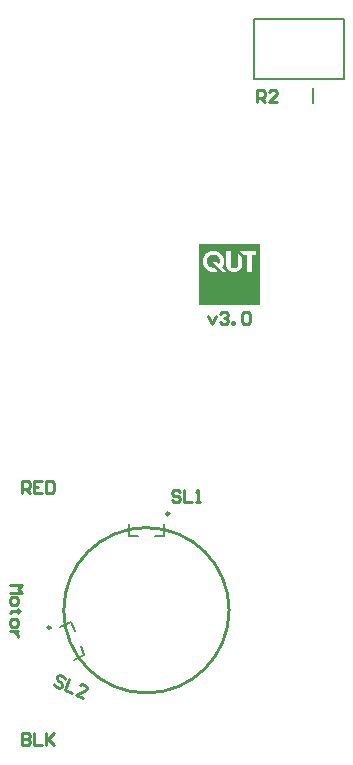
<source format=gto>
G04 Layer_Color=65535*
%FSLAX25Y25*%
%MOIN*%
G70*
G01*
G75*
%ADD15C,0.01000*%
%ADD22C,0.00984*%
%ADD23C,0.00020*%
%ADD24C,0.00787*%
D15*
X27559Y0D02*
G03*
X27559Y0I-27559J0D01*
G01*
X-41500Y39000D02*
Y42999D01*
X-39501D01*
X-38834Y42332D01*
Y40999D01*
X-39501Y40333D01*
X-41500D01*
X-40167D02*
X-38834Y39000D01*
X-34835Y42999D02*
X-37501D01*
Y39000D01*
X-34835D01*
X-37501Y40999D02*
X-36168D01*
X-33503Y42999D02*
Y39000D01*
X-31503D01*
X-30837Y39666D01*
Y42332D01*
X-31503Y42999D01*
X-33503D01*
X-41500Y-41001D02*
Y-45000D01*
X-39501D01*
X-38834Y-44334D01*
Y-43667D01*
X-39501Y-43001D01*
X-41500D01*
X-39501D01*
X-38834Y-42334D01*
Y-41668D01*
X-39501Y-41001D01*
X-41500D01*
X-37501D02*
Y-45000D01*
X-34835D01*
X-33503Y-41001D02*
Y-45000D01*
Y-43667D01*
X-30837Y-41001D01*
X-32836Y-43001D01*
X-30837Y-45000D01*
X11166Y39332D02*
X10499Y39999D01*
X9166D01*
X8500Y39332D01*
Y38666D01*
X9166Y37999D01*
X10499D01*
X11166Y37333D01*
Y36666D01*
X10499Y36000D01*
X9166D01*
X8500Y36666D01*
X12499Y39999D02*
Y36000D01*
X15165D01*
X16497D02*
X17830D01*
X17164D01*
Y39999D01*
X16497Y39332D01*
X36940Y169526D02*
Y173525D01*
X38939D01*
X39606Y172858D01*
Y171525D01*
X38939Y170859D01*
X36940D01*
X38273D02*
X39606Y169526D01*
X43605D02*
X40939D01*
X43605Y172192D01*
Y172858D01*
X42938Y173525D01*
X41605D01*
X40939Y172858D01*
X-27209Y-23003D02*
X-27570Y-22133D01*
X-28801Y-21622D01*
X-29672Y-21983D01*
X-29927Y-22599D01*
X-29566Y-23470D01*
X-28335Y-23980D01*
X-27974Y-24850D01*
X-28229Y-25466D01*
X-29100Y-25827D01*
X-30332Y-25317D01*
X-30692Y-24446D01*
X-25723Y-22898D02*
X-27253Y-26592D01*
X-24790Y-27612D01*
X-21096Y-29142D02*
X-23559Y-28122D01*
X-20076Y-26680D01*
X-19820Y-26064D01*
X-20181Y-25193D01*
X-21413Y-24683D01*
X-22283Y-25044D01*
X-45500Y8500D02*
X-41501D01*
X-42834Y7167D01*
X-41501Y5834D01*
X-45500D01*
Y3835D02*
Y2502D01*
X-44834Y1836D01*
X-43501D01*
X-42834Y2502D01*
Y3835D01*
X-43501Y4501D01*
X-44834D01*
X-45500Y3835D01*
X-42168Y-164D02*
X-42834D01*
Y503D01*
Y-830D01*
Y-164D01*
X-44834D01*
X-45500Y-830D01*
Y-3496D02*
Y-4829D01*
X-44834Y-5495D01*
X-43501D01*
X-42834Y-4829D01*
Y-3496D01*
X-43501Y-2830D01*
X-44834D01*
X-45500Y-3496D01*
X-42834Y-6828D02*
X-45500D01*
X-44167D01*
X-43501Y-7495D01*
X-42834Y-8161D01*
Y-8828D01*
X20500Y98166D02*
X21833Y95500D01*
X23166Y98166D01*
X24499Y98832D02*
X25165Y99499D01*
X26498D01*
X27165Y98832D01*
Y98166D01*
X26498Y97499D01*
X25832D01*
X26498D01*
X27165Y96833D01*
Y96166D01*
X26498Y95500D01*
X25165D01*
X24499Y96166D01*
X28497Y95500D02*
Y96166D01*
X29164D01*
Y95500D01*
X28497D01*
X31830Y98832D02*
X32496Y99499D01*
X33829D01*
X34495Y98832D01*
Y96166D01*
X33829Y95500D01*
X32496D01*
X31830Y96166D01*
Y98832D01*
D22*
X7579Y32185D02*
G03*
X7579Y32185I-492J0D01*
G01*
X-31954Y-5766D02*
G03*
X-31954Y-5766I-492J0D01*
G01*
D23*
X36560Y119060D02*
X37500D01*
X17500Y119240D02*
X19660D01*
X36560Y119280D02*
X37500D01*
X17500Y119260D02*
X19680D01*
X24760Y119160D02*
X26300D01*
X36560Y119400D02*
X37500D01*
X17500Y119380D02*
X19800D01*
X36560Y119420D02*
X37500D01*
X17500Y119360D02*
X19780D01*
X24780Y119140D02*
X26300D01*
X24540Y119380D02*
X26300D01*
X28100Y119160D02*
X30080D01*
X24460Y119440D02*
X26300D01*
X17500Y119220D02*
X19640D01*
X28100D02*
X30080D01*
X36560Y119300D02*
X37500D01*
X28100Y119440D02*
X30080D01*
X28100Y119060D02*
X30080D01*
X30440Y119360D02*
X31100D01*
X28100Y119340D02*
X30080D01*
X36560Y119140D02*
X37500D01*
X30680Y119120D02*
X31320D01*
X30460Y119340D02*
X31120D01*
X28100Y119200D02*
X30080D01*
X30580Y119220D02*
X31220D01*
X17500Y119420D02*
X19840D01*
X30700Y119100D02*
X31340D01*
X28100Y119360D02*
X30080D01*
X36560Y119120D02*
X37500D01*
X24700Y119220D02*
X26300D01*
X24860Y119060D02*
X26300D01*
X28100Y119140D02*
X30080D01*
X36560Y119340D02*
X37500D01*
X17500Y119280D02*
X19700D01*
X17500Y119440D02*
X19880D01*
X17500Y119340D02*
X19780D01*
X36560Y119460D02*
X37500D01*
X36560Y119240D02*
X37500D01*
X30740Y119060D02*
X31380D01*
X24820Y119100D02*
X26300D01*
X24720Y119200D02*
X26300D01*
X28100Y119320D02*
X30080D01*
X24560Y119360D02*
X26300D01*
X17500Y119100D02*
X19520D01*
X17500Y119060D02*
X19480D01*
X17500Y119120D02*
X19540D01*
X36560Y119360D02*
X37500D01*
X36560Y119160D02*
X37500D01*
X17500D02*
X19580D01*
X28100Y119420D02*
X30080D01*
X30420D02*
X31040D01*
X17500Y119140D02*
X19560D01*
X36560Y119380D02*
X37500D01*
X36560Y119180D02*
X37500D01*
X28100D02*
X30080D01*
X24500Y119400D02*
X26300D01*
X30600Y119200D02*
X31240D01*
X28100Y119400D02*
X30080D01*
X30620Y119180D02*
X31260D01*
X30440Y119400D02*
X31060D01*
X28100Y119380D02*
X30080D01*
X30640Y119160D02*
X31280D01*
X30660Y119140D02*
X31300D01*
X24740Y119180D02*
X26300D01*
X24480Y119420D02*
X26300D01*
X30440Y119380D02*
X31080D01*
X17500Y119400D02*
X19820D01*
X28100Y119100D02*
X30080D01*
X24580Y119320D02*
X26300D01*
X17500Y119180D02*
X19600D01*
X36560Y119200D02*
X37500D01*
X17500D02*
X19620D01*
X36560Y119100D02*
X37500D01*
X30720Y119080D02*
X31360D01*
X30500Y119300D02*
X31140D01*
X36560Y119320D02*
X37500D01*
X36560Y119080D02*
X37500D01*
X30400Y119440D02*
X31020D01*
X36560Y119220D02*
X37500D01*
X36560Y119440D02*
X37500D01*
X24840Y119080D02*
X26300D01*
X17500D02*
X19500D01*
X24600Y119300D02*
X26300D01*
X28100Y119080D02*
X30080D01*
X17500Y119300D02*
X19720D01*
X28100D02*
X30080D01*
X30480Y119320D02*
X31140D01*
X28100Y119280D02*
X30080D01*
X24620D02*
X26300D01*
X28100Y119120D02*
X30080D01*
X17500Y119320D02*
X19740D01*
X24560Y119340D02*
X26300D01*
X24800Y119120D02*
X26300D01*
X30780Y119020D02*
X31420D01*
X36560D02*
X37500D01*
X17500D02*
X19440D01*
X36560Y119260D02*
X37500D01*
X36560Y119040D02*
X37500D01*
X30540Y119260D02*
X31180D01*
X30760Y119040D02*
X31400D01*
X28100Y119260D02*
X30080D01*
X28100Y119040D02*
X30080D01*
X24660Y119260D02*
X26300D01*
X24880Y119040D02*
X26300D01*
X24900Y119020D02*
X26300D01*
X28100D02*
X30080D01*
X28100Y119240D02*
X30080D01*
X17500Y119040D02*
X19460D01*
X24680Y119240D02*
X26300D01*
X30560D02*
X31200D01*
X30520Y119280D02*
X31160D01*
X17500Y118080D02*
X18800D01*
X25580Y117980D02*
X26300D01*
X20880Y118080D02*
X23340D01*
X28100Y117980D02*
X30080D01*
X31760D02*
X33260D01*
X20780D02*
X23460D01*
X35120Y118100D02*
X37500D01*
X17500Y117980D02*
X18740D01*
X31640Y118100D02*
X33260D01*
X35120Y118000D02*
X37500D01*
X28100Y118100D02*
X30080D01*
X31740Y118000D02*
X33260D01*
X25540Y118100D02*
X26300D01*
X28100Y118000D02*
X30080D01*
X20900Y118100D02*
X23320D01*
X25580Y118000D02*
X26300D01*
X17500Y118100D02*
X18800D01*
X20800Y118000D02*
X23420D01*
X35120Y118120D02*
X37500D01*
X17500Y118000D02*
X18760D01*
X31620Y118120D02*
X33260D01*
X35120Y118020D02*
X37500D01*
X28100Y118120D02*
X30080D01*
X31720Y118020D02*
X33260D01*
X25520Y118120D02*
X26300D01*
X28100Y118020D02*
X30080D01*
X20940Y118120D02*
X23300D01*
X25560Y118020D02*
X26300D01*
X17500Y118120D02*
X18820D01*
X20820Y118020D02*
X23400D01*
X35120Y118140D02*
X37500D01*
X17500Y118020D02*
X18760D01*
X31620Y118140D02*
X33260D01*
X35120Y118040D02*
X37500D01*
X28100Y118140D02*
X30080D01*
X31700Y118040D02*
X33260D01*
X25520Y118140D02*
X26300D01*
X28100Y118040D02*
X30080D01*
X20960Y118140D02*
X23280D01*
X25560Y118040D02*
X26300D01*
X17500Y118140D02*
X18820D01*
X20840Y118040D02*
X23380D01*
X35120Y118160D02*
X37500D01*
X17500Y118040D02*
X18780D01*
X31600Y118160D02*
X33260D01*
X35120Y118060D02*
X37500D01*
X28100Y118160D02*
X30080D01*
X31680Y118060D02*
X33260D01*
X25500Y118160D02*
X26300D01*
X28100Y118060D02*
X30080D01*
X20980Y118160D02*
X23240D01*
X25560Y118060D02*
X26300D01*
X17500Y118160D02*
X18840D01*
X20860Y118060D02*
X23360D01*
X35120Y118180D02*
X37500D01*
X17500Y118060D02*
X18780D01*
X31580Y118180D02*
X33260D01*
X35120Y118080D02*
X37500D01*
X28100Y118180D02*
X30080D01*
X31660Y118080D02*
X33260D01*
X25500Y118180D02*
X26300D01*
X28100Y118080D02*
X30080D01*
X25540D02*
X26300D01*
X17500Y119000D02*
X19420D01*
X28100Y118560D02*
X30080D01*
X24920Y119000D02*
X26300D01*
X31220Y118560D02*
X31860D01*
X28100Y119000D02*
X30080D01*
X36560Y118560D02*
X37500D01*
X30780Y119000D02*
X31440D01*
X17500Y118540D02*
X19060D01*
X36560Y119000D02*
X37500D01*
X25280Y118540D02*
X26300D01*
X17500Y118980D02*
X19400D01*
X28100Y118540D02*
X30080D01*
X24920Y118980D02*
X26300D01*
X31240Y118540D02*
X31880D01*
X28100Y118980D02*
X30080D01*
X36560Y118540D02*
X37500D01*
X30800Y118980D02*
X31460D01*
X17500Y118520D02*
X19040D01*
X36560Y118980D02*
X37500D01*
X21920Y118520D02*
X22240D01*
X17500Y118960D02*
X19380D01*
X25300Y118520D02*
X26300D01*
X24940Y118960D02*
X26300D01*
X28100Y118520D02*
X30080D01*
X28100Y118960D02*
X30080D01*
X31260Y118520D02*
X31900D01*
X30820Y118960D02*
X31480D01*
X36560Y118520D02*
X37500D01*
X36560Y118960D02*
X37500D01*
X17500Y118500D02*
X19020D01*
X17500Y118940D02*
X19360D01*
X21760Y118500D02*
X22400D01*
X24960Y118940D02*
X26300D01*
X25300Y118500D02*
X26300D01*
X28100Y118940D02*
X30080D01*
X28100Y118500D02*
X30080D01*
X30840Y118940D02*
X31500D01*
X31280Y118500D02*
X31920D01*
X36560Y118940D02*
X37500D01*
X36560Y118500D02*
X37500D01*
X17500Y118920D02*
X19360D01*
X17500Y118480D02*
X19020D01*
X24980Y118920D02*
X26300D01*
X21660Y118480D02*
X22520D01*
X28100Y118920D02*
X30080D01*
X25320Y118480D02*
X26300D01*
X30860Y118920D02*
X31520D01*
X28100Y118480D02*
X30080D01*
X36560Y118920D02*
X37500D01*
X31300Y118480D02*
X31940D01*
X17500Y118900D02*
X19340D01*
X36560Y118480D02*
X37500D01*
X25000Y118900D02*
X26300D01*
X17500Y118460D02*
X19000D01*
X28100Y118900D02*
X30080D01*
X21580Y118460D02*
X22600D01*
X30880Y118900D02*
X31540D01*
X25340Y118460D02*
X26300D01*
X36560Y118900D02*
X37500D01*
X28100Y118460D02*
X30080D01*
X17500Y118880D02*
X19320D01*
X31320Y118460D02*
X31960D01*
X25020Y118880D02*
X26300D01*
X36560Y118460D02*
X37500D01*
X28100Y118880D02*
X30080D01*
X17500Y118440D02*
X18980D01*
X30900Y118880D02*
X31560D01*
X21520Y118440D02*
X22680D01*
X36560Y118880D02*
X37500D01*
X25340Y118440D02*
X26300D01*
X17500Y118860D02*
X19300D01*
X28100Y118440D02*
X30080D01*
X25040Y118860D02*
X26300D01*
X31340Y118440D02*
X31980D01*
X28100Y118860D02*
X30080D01*
X36560Y118440D02*
X37500D01*
X30920Y118860D02*
X31580D01*
X17500Y118420D02*
X18980D01*
X36560Y118860D02*
X37500D01*
X21460Y118420D02*
X22740D01*
X17500Y118840D02*
X19280D01*
X25360Y118420D02*
X26300D01*
X25040Y118840D02*
X26300D01*
X28100Y118420D02*
X30080D01*
X28100Y118840D02*
X30080D01*
X31360Y118420D02*
X32000D01*
X30940Y118840D02*
X31580D01*
X36560Y118420D02*
X37500D01*
X36560Y118840D02*
X37500D01*
X17500Y118400D02*
X18960D01*
X17500Y118820D02*
X19260D01*
X21400Y118400D02*
X22780D01*
X25060Y118820D02*
X26300D01*
X25360Y118400D02*
X26300D01*
X28100Y118820D02*
X30080D01*
X28100Y118400D02*
X30080D01*
X30960Y118820D02*
X31580D01*
X31380Y118400D02*
X33260D01*
X36560Y118820D02*
X37500D01*
X35120Y118400D02*
X37500D01*
X17500Y118800D02*
X19260D01*
X17500Y118380D02*
X18960D01*
X25080Y118800D02*
X26300D01*
X21340Y118380D02*
X22840D01*
X28100Y118800D02*
X30080D01*
X25380Y118380D02*
X26300D01*
X30980Y118800D02*
X31600D01*
X28100Y118380D02*
X30080D01*
X36560Y118800D02*
X37500D01*
X31400Y118380D02*
X33260D01*
X17500Y118780D02*
X19240D01*
X35120Y118380D02*
X37500D01*
X25100Y118780D02*
X26300D01*
X17500Y118360D02*
X18940D01*
X28100Y118780D02*
X30080D01*
X21300Y118360D02*
X22880D01*
X31000Y118780D02*
X31620D01*
X25400Y118360D02*
X26300D01*
X36560Y118780D02*
X37500D01*
X28100Y118360D02*
X30080D01*
X17500Y118760D02*
X19220D01*
X31420Y118360D02*
X33260D01*
X25120Y118760D02*
X26300D01*
X35120Y118360D02*
X37500D01*
X28100Y118760D02*
X30080D01*
X17500Y118340D02*
X18920D01*
X31020Y118760D02*
X31640D01*
X21260Y118340D02*
X22940D01*
X36560Y118760D02*
X37500D01*
X25400Y118340D02*
X26300D01*
X17500Y118740D02*
X19200D01*
X28100Y118340D02*
X30080D01*
X25120Y118740D02*
X26300D01*
X31440Y118340D02*
X33260D01*
X28100Y118740D02*
X30080D01*
X35120Y118340D02*
X37500D01*
X31040Y118740D02*
X31660D01*
X17500Y118320D02*
X18920D01*
X36560Y118740D02*
X37500D01*
X21220Y118320D02*
X22980D01*
X17500Y118720D02*
X19200D01*
X25420Y118320D02*
X26300D01*
X25140Y118720D02*
X26300D01*
X28100Y118320D02*
X30080D01*
X28100Y118720D02*
X30080D01*
X31460Y118320D02*
X33260D01*
X31060Y118720D02*
X31680D01*
X35120Y118320D02*
X37500D01*
X36560Y118720D02*
X37500D01*
X17500Y118300D02*
X18900D01*
X17500Y118700D02*
X19180D01*
X21180Y118300D02*
X23020D01*
X25160Y118700D02*
X26300D01*
X25420Y118300D02*
X26300D01*
X28100Y118700D02*
X30080D01*
X28100Y118300D02*
X30080D01*
X31080Y118700D02*
X31700D01*
X31480Y118300D02*
X33260D01*
X36560Y118700D02*
X37500D01*
X35120Y118300D02*
X37500D01*
X17500Y118680D02*
X19140D01*
X17500Y118280D02*
X18900D01*
X25180Y118680D02*
X26300D01*
X21140Y118280D02*
X23060D01*
X28100Y118680D02*
X30080D01*
X25440Y118280D02*
X26300D01*
X31100Y118680D02*
X31720D01*
X28100Y118280D02*
X30080D01*
X36560Y118680D02*
X37500D01*
X31480Y118280D02*
X33260D01*
X17500Y118660D02*
X19140D01*
X35120Y118280D02*
X37500D01*
X25200Y118660D02*
X26300D01*
X17500Y118260D02*
X18880D01*
X28100Y118660D02*
X30080D01*
X21120Y118260D02*
X23080D01*
X31120Y118660D02*
X31740D01*
X25440Y118260D02*
X26300D01*
X36560Y118660D02*
X37500D01*
X28100Y118260D02*
X30080D01*
X17500Y118640D02*
X19120D01*
X31500Y118260D02*
X33260D01*
X25220Y118640D02*
X26300D01*
X35120Y118260D02*
X37500D01*
X28100Y118640D02*
X30080D01*
X17500Y118240D02*
X18880D01*
X31140Y118640D02*
X31760D01*
X21080Y118240D02*
X23120D01*
X36560Y118640D02*
X37500D01*
X25460Y118240D02*
X26300D01*
X17500Y118620D02*
X19100D01*
X28100Y118240D02*
X30080D01*
X25220Y118620D02*
X26300D01*
X31520Y118240D02*
X33260D01*
X28100Y118620D02*
X30080D01*
X35120Y118240D02*
X37500D01*
X31160Y118620D02*
X31800D01*
X17500Y118220D02*
X18860D01*
X36560Y118620D02*
X37500D01*
X21060Y118220D02*
X23160D01*
X17500Y118600D02*
X19100D01*
X25480Y118220D02*
X26300D01*
X25240Y118600D02*
X26300D01*
X28100Y118220D02*
X30080D01*
X28100Y118600D02*
X30080D01*
X31540Y118220D02*
X33260D01*
X31180Y118600D02*
X31820D01*
X35120Y118220D02*
X37500D01*
X36560Y118600D02*
X37500D01*
X17500Y118200D02*
X18860D01*
X17500Y118580D02*
X19080D01*
X21020Y118200D02*
X23180D01*
X25260Y118580D02*
X26300D01*
X25480Y118200D02*
X26300D01*
X28100Y118580D02*
X30080D01*
X28100Y118200D02*
X30080D01*
X31200Y118580D02*
X31840D01*
X31560Y118200D02*
X33260D01*
X36560Y118580D02*
X37500D01*
X35120Y118200D02*
X37500D01*
X17500Y118560D02*
X19060D01*
X17500Y118180D02*
X18840D01*
X21020D02*
X23220D01*
X25260Y118560D02*
X26300D01*
X17500Y103160D02*
X37500D01*
X17500Y105800D02*
X37500D01*
X17500Y105720D02*
X37500D01*
X17500Y105220D02*
X37500D01*
X17500Y105460D02*
X37500D01*
X17500Y102820D02*
X37500D01*
X17500Y105940D02*
X37500D01*
X17500Y103660D02*
X37500D01*
X17500Y105560D02*
X37500D01*
X17500Y105000D02*
X37500D01*
X17500Y104300D02*
X37500D01*
X17500Y104140D02*
X37500D01*
X17500Y104340D02*
X37500D01*
X17500Y104960D02*
X37500D01*
X17500Y103080D02*
X37500D01*
X17500Y104600D02*
X37500D01*
X17500Y104000D02*
X37500D01*
X17500Y105440D02*
X37500D01*
X17500Y104580D02*
X37500D01*
X17500Y104320D02*
X37500D01*
X17500Y102800D02*
X37500D01*
X17500Y103900D02*
X37500D01*
X17500Y105580D02*
X37500D01*
X17500Y103460D02*
X37500D01*
X17500Y105880D02*
X37500D01*
X17500Y105300D02*
X37500D01*
X17500Y105280D02*
X37500D01*
X17500Y104260D02*
X37500D01*
X17500Y102920D02*
X37500D01*
X17500Y105760D02*
X37500D01*
X17500Y104220D02*
X37500D01*
X17500Y103680D02*
X37500D01*
X17500Y104380D02*
X37500D01*
X17500Y103240D02*
X37500D01*
X17500Y104240D02*
X37500D01*
X17500Y105360D02*
X37500D01*
X17500Y104780D02*
X37500D01*
X17500Y105140D02*
X37500D01*
X17500Y103360D02*
X37500D01*
X17500Y105060D02*
X37500D01*
X17500Y105400D02*
X37500D01*
X17500Y104680D02*
X37500D01*
X17500Y105820D02*
X37500D01*
X17500Y103760D02*
X37500D01*
X17500Y103920D02*
X37500D01*
X17500Y104120D02*
X37500D01*
X17500Y103540D02*
X37500D01*
X17500Y104100D02*
X37500D01*
X17500Y102900D02*
X37500D01*
X17500Y103100D02*
X37500D01*
X17500Y102780D02*
X37500D01*
X17500Y104180D02*
X37500D01*
X17500Y102740D02*
X37500D01*
X17500Y104540D02*
X37500D01*
X17500Y103000D02*
X37500D01*
X17500Y103180D02*
X37500D01*
X17500Y103940D02*
X37500D01*
X17500Y104640D02*
X37500D01*
X17500Y103500D02*
X37500D01*
X17500Y105860D02*
X37500D01*
X17500Y103020D02*
X37500D01*
X17500Y104280D02*
X37500D01*
X17500Y103520D02*
X37500D01*
X17500Y105120D02*
X37500D01*
X17500Y105260D02*
X37500D01*
X17500Y105600D02*
X37500D01*
X17500Y104940D02*
X37500D01*
X17500Y103960D02*
X37500D01*
X17500Y103880D02*
X37500D01*
X17500Y105380D02*
X37500D01*
X17500Y104920D02*
X37500D01*
X17500Y105660D02*
X37500D01*
X17500Y104060D02*
X37500D01*
X17500Y105320D02*
X37500D01*
X17500Y104820D02*
X37500D01*
X17500Y102860D02*
X37500D01*
X17500Y102840D02*
X37500D01*
X17500Y104860D02*
X37500D01*
X17500Y103700D02*
X37500D01*
X17500Y104560D02*
X37500D01*
X17500Y104880D02*
X37500D01*
X17500Y105900D02*
X37500D01*
X17500Y103060D02*
X37500D01*
X17500Y105160D02*
X37500D01*
X17500Y105100D02*
X37500D01*
X17500Y103280D02*
X37500D01*
X17500Y103440D02*
X37500D01*
X17500Y105740D02*
X37500D01*
X17500Y105340D02*
X37500D01*
X17500Y103980D02*
X37500D01*
X17500Y104040D02*
X37500D01*
X17500Y104980D02*
X37500D01*
X17500Y105540D02*
X37500D01*
X17500Y104620D02*
X37500D01*
X17500Y104200D02*
X37500D01*
X17500Y105200D02*
X37500D01*
X17500Y103580D02*
X37500D01*
X17500Y103340D02*
X37500D01*
X17500Y105020D02*
X37500D01*
X17500Y104460D02*
X37500D01*
X17500Y105240D02*
X37500D01*
X17500Y105920D02*
X37500D01*
X17500Y103860D02*
X37500D01*
X17500Y105500D02*
X37500D01*
X17500Y104440D02*
X37500D01*
X17500Y102880D02*
X37500D01*
X17500Y103040D02*
X37500D01*
X17500Y104760D02*
X37500D01*
X17500Y104160D02*
X37500D01*
X17500Y104080D02*
X37500D01*
X17500Y103420D02*
X37500D01*
X17500Y103120D02*
X37500D01*
X17500Y103480D02*
X37500D01*
X17500Y103640D02*
X37500D01*
X17500Y102760D02*
X37500D01*
X17500Y104500D02*
X37500D01*
X17500Y105640D02*
X37500D01*
X17500Y103800D02*
X37500D01*
X17500Y105520D02*
X37500D01*
X17500Y102980D02*
X37500D01*
X17500Y104720D02*
X37500D01*
X17500Y104480D02*
X37500D01*
X17500Y103740D02*
X37500D01*
X17500Y104400D02*
X37500D01*
X17500Y103260D02*
X37500D01*
X17500Y105180D02*
X37500D01*
X17500Y103400D02*
X37500D01*
X17500Y103200D02*
X37500D01*
X17500Y105080D02*
X37500D01*
X17500Y104660D02*
X37500D01*
X17500Y105620D02*
X37500D01*
X17500Y105840D02*
X37500D01*
X17500Y103560D02*
X37500D01*
X17500Y103820D02*
X37500D01*
X17500Y105700D02*
X37500D01*
X17500Y104520D02*
X37500D01*
X17500Y102700D02*
X37500D01*
X17500Y104740D02*
X37500D01*
X17500Y104900D02*
X37500D01*
X17500Y105420D02*
X37500D01*
X17500Y104420D02*
X37500D01*
X17500Y104020D02*
X37500D01*
X17500Y102720D02*
X37500D01*
X17500Y103380D02*
X37500D01*
X17500Y105780D02*
X37500D01*
X17500Y103780D02*
X37500D01*
X17500Y103220D02*
X37500D01*
X17500Y103840D02*
X37500D01*
X17500Y103600D02*
X37500D01*
X17500Y104840D02*
X37500D01*
X17500Y105960D02*
X37500D01*
X17500Y103320D02*
X37500D01*
X17500Y103720D02*
X37500D01*
X17500Y103620D02*
X37500D01*
X17500Y102960D02*
X37500D01*
X17500Y103140D02*
X37500D01*
X17500Y105040D02*
X37500D01*
X17500Y103300D02*
X37500D01*
X17500Y105680D02*
X37500D01*
X17500Y105480D02*
X37500D01*
X17500Y104700D02*
X37500D01*
X17500Y102940D02*
X37500D01*
X17500Y104800D02*
X37500D01*
X17500Y104360D02*
X37500D01*
X17500Y122160D02*
X37500D01*
X17500Y122080D02*
X37500D01*
X17500Y122120D02*
X37500D01*
X17500Y122100D02*
X37500D01*
X17500Y122140D02*
X37500D01*
X17500Y120460D02*
X37500D01*
X17500Y122060D02*
X37500D01*
X17500Y122040D02*
X37500D01*
X17500Y122020D02*
X37500D01*
X17500Y122000D02*
X37500D01*
X17500Y121980D02*
X37500D01*
X17500Y121960D02*
X37500D01*
X17500Y121940D02*
X37500D01*
X17500Y121920D02*
X37500D01*
X17500Y121900D02*
X37500D01*
X17500Y121880D02*
X37500D01*
X17500Y121860D02*
X37500D01*
X17500Y121840D02*
X37500D01*
X17500Y121820D02*
X37500D01*
X17500Y121800D02*
X37500D01*
X17500Y121780D02*
X37500D01*
X17500Y121760D02*
X37500D01*
X17500Y121740D02*
X37500D01*
X17500Y121720D02*
X37500D01*
X17500Y121700D02*
X37500D01*
X17500Y121680D02*
X37500D01*
X17500Y121660D02*
X37500D01*
X17500Y121640D02*
X37500D01*
X17500Y121620D02*
X37500D01*
X17500Y121600D02*
X37500D01*
X17500Y121580D02*
X37500D01*
X17500Y121560D02*
X37500D01*
X17500Y121540D02*
X37500D01*
X17500Y121520D02*
X37500D01*
X17500Y121500D02*
X37500D01*
X17500Y121480D02*
X37500D01*
X17500Y121460D02*
X37500D01*
X17500Y121440D02*
X37500D01*
X17500Y121420D02*
X37500D01*
X17500Y121400D02*
X37500D01*
X17500Y121380D02*
X37500D01*
X17500Y121360D02*
X37500D01*
X17500Y121340D02*
X37500D01*
X17500Y121320D02*
X37500D01*
X17500Y121300D02*
X37500D01*
X17500Y121280D02*
X37500D01*
X17500Y121260D02*
X37500D01*
X17500Y121240D02*
X37500D01*
X17500Y121220D02*
X37500D01*
X17500Y121200D02*
X37500D01*
X17500Y121180D02*
X37500D01*
X17500Y121160D02*
X37500D01*
X17500Y121140D02*
X37500D01*
X17500Y121120D02*
X37500D01*
X17500Y121100D02*
X37500D01*
X17500Y121080D02*
X37500D01*
X17500Y121060D02*
X37500D01*
X17500Y121040D02*
X37500D01*
X17500Y121020D02*
X37500D01*
X17500Y121000D02*
X37500D01*
X17500Y120980D02*
X37500D01*
X17500Y120960D02*
X37500D01*
X17500Y120940D02*
X37500D01*
X17500Y120920D02*
X37500D01*
X17500Y120900D02*
X37500D01*
X17500Y120880D02*
X37500D01*
X17500Y120860D02*
X37500D01*
X17500Y120840D02*
X37500D01*
X17500Y120820D02*
X37500D01*
X17500Y120800D02*
X37500D01*
X17500Y120780D02*
X37500D01*
X17500Y120760D02*
X37500D01*
X17500Y120740D02*
X37500D01*
X17500Y120720D02*
X37500D01*
X17500Y120700D02*
X37500D01*
X17500Y120680D02*
X37500D01*
X17500Y120660D02*
X37500D01*
X17500Y120640D02*
X37500D01*
X17500Y120620D02*
X37500D01*
X17500Y120600D02*
X37500D01*
X17500Y120580D02*
X37500D01*
X17500Y120560D02*
X37500D01*
X17500Y120540D02*
X37500D01*
X17500Y120520D02*
X37500D01*
X17500Y120500D02*
X37500D01*
X17500Y120480D02*
X37500D01*
X17500Y120440D02*
X37500D01*
X17500Y120420D02*
X37500D01*
X17500Y120400D02*
X37500D01*
X17500Y120380D02*
X37500D01*
X17500Y120360D02*
X37500D01*
X17500Y120340D02*
X37500D01*
X17500Y120320D02*
X37500D01*
X17500Y120300D02*
X37500D01*
X17500Y120280D02*
X37500D01*
X17500Y120260D02*
X37500D01*
X17500Y120240D02*
X37500D01*
X17500Y120220D02*
X21980D01*
X22360D02*
X37500D01*
X17500Y120200D02*
X21760D01*
X22580D02*
X37500D01*
X17500Y120180D02*
X21600D01*
X22740D02*
X26300D01*
X28100D02*
X30300D01*
X36560D02*
X37500D01*
X17500Y120160D02*
X21480D01*
X22840D02*
X26300D01*
X28100D02*
X30320D01*
X36560D02*
X37500D01*
X17500Y120140D02*
X21380D01*
X22960D02*
X26300D01*
X28100D02*
X30340D01*
X36560D02*
X37500D01*
X17500Y120120D02*
X21300D01*
X23040D02*
X26300D01*
X28100D02*
X30360D01*
X36560D02*
X37500D01*
X17500Y120100D02*
X21220D01*
X23120D02*
X26300D01*
X28100D02*
X30380D01*
X36560D02*
X37500D01*
X17500Y120080D02*
X21140D01*
X23200D02*
X26300D01*
X28100D02*
X30400D01*
X36560D02*
X37500D01*
X17500Y120060D02*
X21080D01*
X23260D02*
X26300D01*
X28100D02*
X30400D01*
X36560D02*
X37500D01*
X35120Y116840D02*
X37500D01*
X31860D02*
X33260D01*
X17500Y117740D02*
X18660D01*
X35120Y117780D02*
X37500D01*
X28100Y117800D02*
X30080D01*
X31860D02*
X33260D01*
X31860Y117760D02*
X33260D01*
X35120Y117800D02*
X37500D01*
X17500Y117780D02*
X18660D01*
X35120Y117760D02*
X37500D01*
X20560Y117740D02*
X23680D01*
X20600Y117780D02*
X23640D01*
X25660D02*
X26300D01*
X25680Y117740D02*
X26300D01*
X28100D02*
X30080D01*
X28100Y117780D02*
X30080D01*
X31860D02*
X33260D01*
X31860Y117740D02*
X33260D01*
X35120D02*
X37500D01*
X20580Y117760D02*
X23660D01*
X17500D02*
X18660D01*
X25680D02*
X26300D01*
X17500Y117720D02*
X18640D01*
X25700D02*
X26300D01*
X20540D02*
X23680D01*
X28100Y117760D02*
X30080D01*
X24120Y119680D02*
X26300D01*
X17500Y119860D02*
X20560D01*
X17500Y119680D02*
X20220D01*
X36560Y119880D02*
X37500D01*
X36560Y119700D02*
X37500D01*
X28100Y119880D02*
X30580D01*
X30140Y119700D02*
X30760D01*
X23700Y119880D02*
X26300D01*
X28100Y119700D02*
X30080D01*
X17500Y119880D02*
X20600D01*
X24080Y119700D02*
X26300D01*
X36560Y119900D02*
X37500D01*
X17500Y119700D02*
X20260D01*
X28100Y119900D02*
X30560D01*
X36560Y119720D02*
X37500D01*
X23660Y119900D02*
X26300D01*
X30120Y119720D02*
X30740D01*
X17500Y119900D02*
X20660D01*
X28100Y119720D02*
X30080D01*
X36560Y119920D02*
X37500D01*
X24060Y119720D02*
X26300D01*
X28100Y119920D02*
X30540D01*
X17500Y119720D02*
X20280D01*
X23620Y119920D02*
X26300D01*
X36560Y119740D02*
X37500D01*
X17500Y119920D02*
X20700D01*
X30100Y119740D02*
X30720D01*
X36560Y119940D02*
X37500D01*
X28100Y119740D02*
X30080D01*
X28100Y119940D02*
X30520D01*
X24020Y119740D02*
X26300D01*
X23580Y119940D02*
X26300D01*
X17500Y119740D02*
X20320D01*
X17500Y119940D02*
X20740D01*
X36560Y119760D02*
X37500D01*
X36560Y119960D02*
X37500D01*
X30100Y119760D02*
X30700D01*
X28100Y119960D02*
X30500D01*
X28100Y119760D02*
X30080D01*
X23520Y119960D02*
X26300D01*
X23980Y119760D02*
X26300D01*
X17500Y119960D02*
X20800D01*
X17500Y119760D02*
X20360D01*
X36560Y119980D02*
X37500D01*
X36560Y119780D02*
X37500D01*
X28100Y119980D02*
X30480D01*
X28100Y119780D02*
X30680D01*
X23480Y119980D02*
X26300D01*
X23940Y119780D02*
X26300D01*
X17500Y119980D02*
X20840D01*
X17500Y119780D02*
X20380D01*
X36560Y120000D02*
X37500D01*
X36560Y119800D02*
X37500D01*
X28100Y120000D02*
X30460D01*
X28100Y119800D02*
X30680D01*
X23420Y120000D02*
X26300D01*
X23900Y119800D02*
X26300D01*
X17500Y120000D02*
X20900D01*
X17500Y119800D02*
X20420D01*
X36560Y120020D02*
X37500D01*
X28100Y119820D02*
X30640D01*
X36560D02*
X37500D01*
X28100Y120020D02*
X30440D01*
X23380D02*
X26300D01*
X23760Y119860D02*
X26300D01*
X28100Y119680D02*
X30080D01*
X17500Y119840D02*
X20500D01*
X17500Y120040D02*
X21020D01*
X28100D02*
X30420D01*
X36560Y119860D02*
X37500D01*
X28100D02*
X30600D01*
X28100Y119840D02*
X30620D01*
X23320Y120040D02*
X26300D01*
X23840Y119840D02*
X26300D01*
X36560D02*
X37500D01*
X23880Y119820D02*
X26300D01*
X17500Y120020D02*
X20960D01*
X36560Y120040D02*
X37500D01*
X36560Y119680D02*
X37500D01*
X17500Y119660D02*
X20180D01*
X30160Y119680D02*
X30780D01*
X17500Y119820D02*
X20460D01*
X17500Y114900D02*
X18800D01*
X35120Y115140D02*
X37500D01*
X25660Y115100D02*
X26300D01*
X28100Y115060D02*
X30080D01*
X20780Y115100D02*
X22640D01*
X17500Y114920D02*
X18780D01*
X21000D02*
X22840D01*
X25620Y115020D02*
X26300D01*
X21020Y114900D02*
X22860D01*
X25640Y115080D02*
X26300D01*
X20720Y115140D02*
X22600D01*
X28100Y115120D02*
X30080D01*
X28100Y115080D02*
X30080D01*
X31860D02*
X33260D01*
X25560Y114900D02*
X26300D01*
X20800Y115080D02*
X22660D01*
X17500Y115060D02*
X18720D01*
X31860Y115140D02*
X33260D01*
X20900Y115000D02*
X22760D01*
X28100Y115140D02*
X30080D01*
X28100Y115100D02*
X30080D01*
X25560Y114920D02*
X26300D01*
X31860Y115040D02*
X33260D01*
X20840Y115060D02*
X22700D01*
X25660Y115120D02*
X26300D01*
X28100Y114980D02*
X30080D01*
X28100Y115040D02*
X30080D01*
X35120Y115080D02*
X37500D01*
X28120Y114920D02*
X30080D01*
X31860Y115100D02*
X33260D01*
X35120D02*
X37500D01*
X31860Y114920D02*
X33260D01*
X17500Y115080D02*
X18720D01*
X25660Y115140D02*
X26300D01*
X17500Y115100D02*
X18700D01*
X35120Y114960D02*
X37500D01*
X17500Y115120D02*
X18700D01*
X31860Y115060D02*
X33260D01*
X25620D02*
X26300D01*
X35120Y114920D02*
X37500D01*
X31860Y114940D02*
X33260D01*
X17500Y114960D02*
X18780D01*
X35120Y114940D02*
X37500D01*
X17500Y115000D02*
X18760D01*
X31860Y114980D02*
X33260D01*
X20960Y114960D02*
X22800D01*
X17500Y115340D02*
X18640D01*
X31860D02*
X33260D01*
X25720D02*
X26300D01*
X28100D02*
X30080D01*
X25580Y114960D02*
X26300D01*
X35120Y115340D02*
X37500D01*
X20560D02*
X22420D01*
X25780Y115520D02*
X26300D01*
X17500Y115320D02*
X18640D01*
X20520Y115400D02*
X22360D01*
X31860Y115440D02*
X33260D01*
X20440Y115500D02*
X22260D01*
X28100Y115520D02*
X30080D01*
X17500Y115500D02*
X18600D01*
X31860Y115520D02*
X33260D01*
X35120D02*
X37500D01*
X28100Y115460D02*
X30080D01*
X25760D02*
X26300D01*
X25760Y115500D02*
X26300D01*
X28100D02*
X30080D01*
X31860D02*
X33260D01*
X35120D02*
X37500D01*
X17500Y115480D02*
X18600D01*
X25760D02*
X26300D01*
X28100D02*
X30080D01*
X31860D02*
X33260D01*
X17500Y115460D02*
X18600D01*
X20460Y115480D02*
X22280D01*
X28100Y115440D02*
X30080D01*
X31860Y115460D02*
X33260D01*
X25740Y115440D02*
X26300D01*
X35120Y115480D02*
X37500D01*
X20480Y115460D02*
X22300D01*
X20480Y115440D02*
X22320D01*
X17500D02*
X18600D01*
X28100Y115540D02*
X30080D01*
X25720Y115360D02*
X26300D01*
X35120Y115460D02*
X37500D01*
X35120Y115380D02*
X37500D01*
X31860D02*
X33260D01*
X28100D02*
X30080D01*
X20540Y115360D02*
X22400D01*
X25740Y115380D02*
X26300D01*
X17500Y115360D02*
X18640D01*
X20520Y115380D02*
X22380D01*
X35120Y115400D02*
X37500D01*
X17500Y115380D02*
X18620D01*
X31860Y115400D02*
X33260D01*
X28100D02*
X30080D01*
X25740D02*
X26300D01*
X35120Y115420D02*
X37500D01*
X17500Y115400D02*
X18620D01*
X25780Y115540D02*
X26300D01*
X25820Y115680D02*
X26300D01*
X17500Y115520D02*
X18580D01*
X28120Y114900D02*
X30060D01*
X35120Y115540D02*
X37500D01*
X25740Y115420D02*
X26300D01*
X20440Y115520D02*
X22240D01*
X20500Y115420D02*
X22340D01*
X17500D02*
X18620D01*
X35120Y115440D02*
X37500D01*
X31860Y115540D02*
X33260D01*
X28100Y115420D02*
X30080D01*
X31860D02*
X33260D01*
X20420Y115540D02*
X22220D01*
X28100Y115560D02*
X30080D01*
X35120Y115600D02*
X37500D01*
X17500Y115540D02*
X18580D01*
X31860Y115680D02*
X33260D01*
X25780Y115560D02*
X26300D01*
X35120Y115680D02*
X37500D01*
X17500Y115660D02*
X18560D01*
X35120D02*
X37500D01*
X20360D02*
X22140D01*
X28100D02*
X30080D01*
X25800D02*
X26300D01*
X31860D02*
X33260D01*
X17500Y115640D02*
X18560D01*
X20360D02*
X22160D01*
X31860D02*
X33260D01*
X28100D02*
X30080D01*
X35120D02*
X37500D01*
X25800D02*
X26300D01*
X17500Y115620D02*
X18560D01*
X25800D02*
X26300D01*
X20380D02*
X22160D01*
X35120D02*
X37500D01*
X35120Y115560D02*
X37500D01*
X31860Y115620D02*
X33260D01*
X28100D02*
X30080D01*
X17500Y115600D02*
X18560D01*
X25800D02*
X26300D01*
X20380D02*
X22180D01*
X28100D02*
X30080D01*
X17500Y115580D02*
X18560D01*
X31860Y115600D02*
X33260D01*
X20400Y115560D02*
X22220D01*
X28100Y115580D02*
X30080D01*
X20400D02*
X22200D01*
X31860D02*
X33260D01*
X17500Y115560D02*
X18580D01*
X35120Y115580D02*
X37500D01*
X25780D02*
X26300D01*
X28100Y115680D02*
X30080D01*
X31860Y115560D02*
X33260D01*
X25820Y115760D02*
X26300D01*
X20280Y115860D02*
X21940D01*
X28100D02*
X30080D01*
X31860D02*
X33260D01*
X35120D02*
X37500D01*
X20280Y115840D02*
X21960D01*
X17500D02*
X18520D01*
X31860D02*
X33260D01*
X25840D02*
X26300D01*
X31860Y115020D02*
X33260D01*
X20980Y114940D02*
X22820D01*
X28120D02*
X30080D01*
X25580D02*
X26300D01*
X31860Y115000D02*
X33260D01*
X28100D02*
X30080D01*
X35120D02*
X37500D01*
X20740Y115120D02*
X22620D01*
X28100Y115360D02*
X30080D01*
X28100Y115200D02*
X30080D01*
X25620Y115040D02*
X26300D01*
X35120Y115160D02*
X37500D01*
X17500Y115040D02*
X18740D01*
X31860Y115360D02*
X33260D01*
X20860Y115040D02*
X22720D01*
X25680Y115200D02*
X26300D01*
X20680Y115180D02*
X22580D01*
X35120Y115060D02*
X37500D01*
X35120Y115200D02*
X37500D01*
X17500Y115800D02*
X18520D01*
X28100D02*
X30080D01*
X25840D02*
X26300D01*
X31860Y115160D02*
X33260D01*
X28100Y115300D02*
X30080D01*
X31860D02*
X33260D01*
X20700Y115160D02*
X22600D01*
X28100Y115260D02*
X30080D01*
X25680Y115160D02*
X26300D01*
X17500Y115260D02*
X18640D01*
X35120Y115360D02*
X37500D01*
X35120Y115280D02*
X37500D01*
X31860Y115200D02*
X33260D01*
X28100Y115160D02*
X30080D01*
X20300Y115800D02*
X22000D01*
X28100Y115840D02*
X30080D01*
X31860Y115820D02*
X33260D01*
X35120D02*
X37500D01*
X28100D02*
X30080D01*
X25840D02*
X26300D01*
X17500D02*
X18520D01*
X17500Y115780D02*
X18520D01*
X20300D02*
X22020D01*
X31860Y115800D02*
X33260D01*
X35120D02*
X37500D01*
X17500Y115180D02*
X18680D01*
X28100Y114960D02*
X30080D01*
X31860D02*
X33260D01*
X20880Y115020D02*
X22740D01*
X25600Y114980D02*
X26300D01*
X20920D02*
X22780D01*
X17500D02*
X18760D01*
X35120Y115020D02*
X37500D01*
X20580Y115300D02*
X22460D01*
X31860Y115780D02*
X33260D01*
X25600Y115000D02*
X26300D01*
X35120Y115120D02*
X37500D01*
X35120Y115040D02*
X37500D01*
X17500Y115020D02*
X18740D01*
X17500Y114940D02*
X18780D01*
X28100Y115020D02*
X30080D01*
X31860Y115120D02*
X33260D01*
X35120Y114980D02*
X37500D01*
X25720Y115300D02*
X26300D01*
X25840Y115780D02*
X26300D01*
X20320Y115760D02*
X22040D01*
X17500D02*
X18520D01*
X28100Y115720D02*
X30080D01*
X17500Y115700D02*
X18540D01*
X25820Y115720D02*
X26300D01*
X31860D02*
X33260D01*
X17500Y115300D02*
X18640D01*
X31860Y115320D02*
X33260D01*
X25720D02*
X26300D01*
X35120D02*
X37500D01*
X28100D02*
X30080D01*
X28100Y115180D02*
X30080D01*
X20560Y115320D02*
X22440D01*
X25680Y115180D02*
X26300D01*
X17500Y115140D02*
X18680D01*
X35120Y115180D02*
X37500D01*
X17500Y115160D02*
X18680D01*
X31860Y115180D02*
X33260D01*
X28100Y115220D02*
X30080D01*
X20660Y115200D02*
X22560D01*
X17500D02*
X18660D01*
X35120Y115220D02*
X37500D01*
X31860D02*
X33260D01*
X25700D02*
X26300D01*
X17500D02*
X18660D01*
X35120Y115240D02*
X37500D01*
X28100D02*
X30080D01*
X31860D02*
X33260D01*
X25700D02*
X26300D01*
X20660Y115220D02*
X22540D01*
X20640Y115240D02*
X22520D01*
X17500D02*
X18660D01*
X31860Y115260D02*
X33260D01*
X35120D02*
X37500D01*
X20620D02*
X22500D01*
X25720D02*
X26300D01*
X31860Y115280D02*
X33260D01*
X25720D02*
X26300D01*
X28100D02*
X30080D01*
X17500D02*
X18640D01*
X20600D02*
X22480D01*
X35120Y115300D02*
X37500D01*
X31860Y115880D02*
X33260D01*
X31860Y114900D02*
X33260D01*
X25860Y115880D02*
X26300D01*
X28100D02*
X30080D01*
X23880D02*
X23960D01*
X20260D02*
X21920D01*
X35120D02*
X37500D01*
X17500Y115860D02*
X18520D01*
X17500Y115880D02*
X18500D01*
X35120Y115900D02*
X37500D01*
X25840Y115860D02*
X26300D01*
X31860Y115900D02*
X33260D01*
X35120Y115700D02*
X37500D01*
X31860D02*
X33260D01*
X28100D02*
X30080D01*
X35120Y115840D02*
X37500D01*
X20280Y115820D02*
X21980D01*
X23880Y115860D02*
X23960D01*
X25820Y115700D02*
X26300D01*
X17500Y115680D02*
X18540D01*
X20340Y115700D02*
X22100D01*
X35120Y115780D02*
X37500D01*
X35120Y115720D02*
X37500D01*
X20340D02*
X22080D01*
X17500D02*
X18540D01*
X28100Y115740D02*
X30080D01*
X25820D02*
X26300D01*
X20320D02*
X22060D01*
X17500D02*
X18540D01*
X35120D02*
X37500D01*
X31860D02*
X33260D01*
X35120Y115760D02*
X37500D01*
X31860D02*
X33260D01*
X28100D02*
X30080D01*
X28100Y115780D02*
X30080D01*
X20340Y115680D02*
X22120D01*
X28100Y116740D02*
X30080D01*
X20160Y116680D02*
X24080D01*
X35120Y116720D02*
X37500D01*
X25900Y116700D02*
X26300D01*
X25900Y116400D02*
X26300D01*
X23420Y116340D02*
X24060D01*
X20160D02*
X21460D01*
X28100Y116400D02*
X30080D01*
X28100Y116340D02*
X30080D01*
X35120Y116700D02*
X37500D01*
X31860Y116420D02*
X33260D01*
X31860Y116700D02*
X33260D01*
X25900Y116500D02*
X26300D01*
X17500Y116680D02*
X18460D01*
X28100Y116700D02*
X30080D01*
X20160Y116400D02*
X24080D01*
X28100Y116820D02*
X30080D01*
X20180Y116800D02*
X24060D01*
X25900Y116380D02*
X26300D01*
X25900Y116340D02*
X26300D01*
X20160Y116700D02*
X24080D01*
X17500Y116400D02*
X18460D01*
X25900Y116660D02*
X26300D01*
X17500Y116320D02*
X18460D01*
X17500Y116820D02*
X18460D01*
X20160Y116420D02*
X24080D01*
X35120D02*
X37500D01*
X20160Y116660D02*
X24080D01*
X17500D02*
X18460D01*
X25880Y116820D02*
X26300D01*
X17500Y116300D02*
X18460D01*
X35120Y116680D02*
X37500D01*
X23440Y116320D02*
X24060D01*
X17500Y116720D02*
X18460D01*
X17500Y116420D02*
X18460D01*
X25880Y116800D02*
X26300D01*
X23380Y116380D02*
X24080D01*
X17500Y116700D02*
X18460D01*
X31860Y116400D02*
X33260D01*
X20180Y116820D02*
X24060D01*
X25880Y116720D02*
X26300D01*
X20160D02*
X24080D01*
X17500Y116780D02*
X18460D01*
X35120Y116800D02*
X37500D01*
X28100Y116720D02*
X30080D01*
X20160Y116740D02*
X24080D01*
X35120Y116760D02*
X37500D01*
X25900Y116680D02*
X26300D01*
X28100Y116760D02*
X30080D01*
X28100Y116780D02*
X30080D01*
X20160Y116760D02*
X24060D01*
X25880Y116740D02*
X26300D01*
X31860Y116760D02*
X33260D01*
X25880D02*
X26300D01*
X31860Y116720D02*
X33260D01*
X35120Y116740D02*
X37500D01*
X17500D02*
X18460D01*
X31860D02*
X33260D01*
X20160Y116380D02*
X21440D01*
X20160Y116360D02*
X21460D01*
X20180Y116780D02*
X24060D01*
X31860Y116800D02*
X33260D01*
X35120Y116780D02*
X37500D01*
X17500Y116380D02*
X18460D01*
X31860Y116780D02*
X33260D01*
X25880D02*
X26300D01*
X17500Y116760D02*
X18460D01*
X28100Y116800D02*
X30080D01*
X31860Y116360D02*
X33260D01*
X31860Y116380D02*
X33260D01*
X17500Y116800D02*
X18460D01*
X35120Y116380D02*
X37500D01*
X17500Y116340D02*
X18460D01*
X31860Y116820D02*
X33260D01*
X28100Y116360D02*
X30080D01*
X20160Y116320D02*
X21480D01*
X35120Y116360D02*
X37500D01*
X17500D02*
X18460D01*
X35120Y116820D02*
X37500D01*
X23400Y116360D02*
X24080D01*
X25900D02*
X26300D01*
X28100Y116380D02*
X30080D01*
X31860Y116340D02*
X33260D01*
X35120D02*
X37500D01*
X28100Y116420D02*
X30080D01*
X25900D02*
X26300D01*
X35120Y116400D02*
X37500D01*
X31860Y116520D02*
X33260D01*
X31860Y116680D02*
X33260D01*
X35120Y116520D02*
X37500D01*
X17500Y116500D02*
X18460D01*
X25900Y116220D02*
X26300D01*
X17500Y116160D02*
X18460D01*
X20200D02*
X21660D01*
X17500Y116180D02*
X18460D01*
X31860Y116200D02*
X33260D01*
X28100D02*
X30080D01*
X25900D02*
X26300D01*
X23560D02*
X24060D01*
X17500D02*
X18460D01*
X20180D02*
X21620D01*
X35120Y116220D02*
X37500D01*
X31860D02*
X33260D01*
X28100D02*
X30080D01*
X35120Y116200D02*
X37500D01*
X20180Y116180D02*
X21640D01*
X25900D02*
X26300D01*
X23580D02*
X24040D01*
X35120Y116480D02*
X37500D01*
X28100Y116180D02*
X30080D01*
X25900Y116480D02*
X26300D01*
X25860Y115900D02*
X26300D01*
X17500Y116080D02*
X18480D01*
X31860Y116100D02*
X33260D01*
X35120D02*
X37500D01*
X28100D02*
X30080D01*
X28100Y116040D02*
X30080D01*
X25880Y116100D02*
X26300D01*
X20200D02*
X21720D01*
X17500D02*
X18480D01*
X35120Y116120D02*
X37500D01*
X31860D02*
X33260D01*
X23660Y116100D02*
X24040D01*
X28100Y116120D02*
X30080D01*
X25880D02*
X26300D01*
X31860Y116180D02*
X33260D01*
X20200Y116120D02*
X21700D01*
X23640D02*
X24040D01*
X35120Y116140D02*
X37500D01*
X17500Y116480D02*
X18460D01*
X35120Y116500D02*
X37500D01*
X31860D02*
X33260D01*
X28100D02*
X30080D01*
X20260Y115900D02*
X21900D01*
X28100Y115940D02*
X30080D01*
X25860D02*
X26300D01*
X23860Y115900D02*
X23980D01*
X17500Y115940D02*
X18500D01*
X23820D02*
X23980D01*
X35120Y115960D02*
X37500D01*
X31860D02*
X33260D01*
X28100D02*
X30080D01*
X23800D02*
X24000D01*
X25860D02*
X26300D01*
X20240D02*
X21840D01*
X17500D02*
X18500D01*
X35120Y115980D02*
X37500D01*
X31860D02*
X33260D01*
X28100D02*
X30080D01*
X25880D02*
X26300D01*
X20240D02*
X21840D01*
X23780D02*
X24000D01*
X17500D02*
X18500D01*
X28100Y116000D02*
X30080D01*
X35120D02*
X37500D01*
X25880D02*
X26300D01*
X23760D02*
X24000D01*
X20220D02*
X21820D01*
X17500D02*
X18480D01*
X35120Y116020D02*
X37500D01*
X28100D02*
X30080D01*
X31860D02*
X33260D01*
X31860Y116000D02*
X33260D01*
X23740Y116020D02*
X24020D01*
X25880D02*
X26300D01*
X20220D02*
X21800D01*
X35120Y116040D02*
X37500D01*
X17500Y116020D02*
X18480D01*
X28100Y116660D02*
X30080D01*
X28100Y116680D02*
X30080D01*
X31860Y116040D02*
X33260D01*
X17500D02*
X18480D01*
X20220D02*
X21780D01*
X35120Y116060D02*
X37500D01*
X23720Y116040D02*
X24020D01*
X31860Y116060D02*
X33260D01*
X28100D02*
X30080D01*
X25880D02*
X26300D01*
X23700D02*
X24020D01*
X20220D02*
X21760D01*
X25880Y116040D02*
X26300D01*
X31860Y116080D02*
X33260D01*
X35120D02*
X37500D01*
X28100D02*
X30080D01*
X17500Y116060D02*
X18480D01*
X25880Y116080D02*
X26300D01*
X35120Y116180D02*
X37500D01*
X17500Y116120D02*
X18480D01*
X31860Y116140D02*
X33260D01*
X25880D02*
X26300D01*
X28100D02*
X30080D01*
X23620D02*
X24040D01*
X20200D02*
X21680D01*
X17500D02*
X18480D01*
X35120Y116160D02*
X37500D01*
X31860D02*
X33260D01*
X25900D02*
X26300D01*
X28100D02*
X30080D01*
X23600D02*
X24040D01*
X20200Y116080D02*
X21740D01*
X23680D02*
X24020D01*
X20160Y116480D02*
X24080D01*
X28100D02*
X30080D01*
X20240Y115940D02*
X21860D01*
X31860Y116480D02*
X33260D01*
X17500Y116460D02*
X18460D01*
X20160D02*
X24080D01*
X25900D02*
X26300D01*
X28100D02*
X30080D01*
X31860D02*
X33260D01*
X35120D02*
X37500D01*
X17500Y116440D02*
X18460D01*
X25900D02*
X26300D01*
X20160D02*
X24080D01*
X17500Y115900D02*
X18500D01*
X28100Y116440D02*
X30080D01*
X31860D02*
X33260D01*
X25860Y115920D02*
X26300D01*
X31860D02*
X33260D01*
X28100D02*
X30080D01*
X23840D02*
X23980D01*
X20260D02*
X21880D01*
X17500D02*
X18500D01*
X35120Y115940D02*
X37500D01*
X35120Y115920D02*
X37500D01*
X31860Y115940D02*
X33260D01*
X20160Y116640D02*
X24080D01*
X25900D02*
X26300D01*
X28100D02*
X30080D01*
X35120Y116440D02*
X37500D01*
X31860Y116640D02*
X33260D01*
X28100Y115900D02*
X30080D01*
X35120Y116640D02*
X37500D01*
X17500D02*
X18460D01*
X35120Y116540D02*
X37500D01*
X17500Y116620D02*
X18460D01*
X20160D02*
X24080D01*
X25900D02*
X26300D01*
X28100D02*
X30080D01*
X31860D02*
X33260D01*
X35120D02*
X37500D01*
X17500Y116600D02*
X18460D01*
X20160D02*
X24080D01*
X28100D02*
X30080D01*
X25900D02*
X26300D01*
X31860D02*
X33260D01*
X17500Y116580D02*
X18460D01*
X20160Y116560D02*
X24080D01*
X20160Y116580D02*
X24080D01*
X28100D02*
X30080D01*
X25900D02*
X26300D01*
X17500Y116560D02*
X18460D01*
X31860Y116580D02*
X33260D01*
X35120D02*
X37500D01*
X35120Y116600D02*
X37500D01*
X25900Y116560D02*
X26300D01*
X17500Y116540D02*
X18460D01*
X25900D02*
X26300D01*
X35120Y116560D02*
X37500D01*
X31860D02*
X33260D01*
X28100Y116540D02*
X30080D01*
X20160D02*
X24080D01*
X17500Y116520D02*
X18460D01*
X31860Y116540D02*
X33260D01*
X20160Y116520D02*
X24080D01*
X25900D02*
X26300D01*
X28100Y116560D02*
X30080D01*
X20160Y116500D02*
X24080D01*
X28100Y116520D02*
X30080D01*
X17500Y116220D02*
X18460D01*
X23540D02*
X24060D01*
X35120Y116660D02*
X37500D01*
X25900Y116320D02*
X26300D01*
X28100D02*
X30080D01*
X31860Y116660D02*
X33260D01*
X31860Y116320D02*
X33260D01*
X35120D02*
X37500D01*
X31860Y116300D02*
X33260D01*
X20180D02*
X21500D01*
X25900D02*
X26300D01*
X23460D02*
X24060D01*
X28100D02*
X30080D01*
X35120D02*
X37500D01*
X23480Y116280D02*
X24060D01*
X17500D02*
X18460D01*
X25900D02*
X26300D01*
X20180D02*
X21520D01*
X31860D02*
X33260D01*
X35120D02*
X37500D01*
X17500Y116260D02*
X18460D01*
X20180D02*
X21540D01*
X28100Y116280D02*
X30080D01*
X23500Y116260D02*
X24060D01*
X17500Y116240D02*
X18460D01*
X25900Y116260D02*
X26300D01*
X20180Y116220D02*
X21600D01*
X31860Y116260D02*
X33260D01*
X28100D02*
X30080D01*
X35120D02*
X37500D01*
X20180Y116240D02*
X21580D01*
X35120D02*
X37500D01*
X25900D02*
X26300D01*
X28100D02*
X30080D01*
X23520D02*
X24060D01*
X31860D02*
X33260D01*
X20180Y116860D02*
X24060D01*
X31860Y116900D02*
X33260D01*
X28100D02*
X30080D01*
X17500Y116860D02*
X18460D01*
X25880D02*
X26300D01*
X20180Y116840D02*
X24060D01*
X35120Y116900D02*
X37500D01*
X31860Y116860D02*
X33260D01*
X28100Y116840D02*
X30080D01*
X20200Y116900D02*
X24060D01*
X17500Y116880D02*
X18480D01*
X35120Y116980D02*
X37500D01*
X31860Y116920D02*
X33260D01*
X28100D02*
X30080D01*
X20440Y117540D02*
X23800D01*
X20200Y116920D02*
X24040D01*
X25860D02*
X26300D01*
X31860Y116940D02*
X33260D01*
X35120D02*
X37500D01*
X28100D02*
X30080D01*
X17500Y116920D02*
X18480D01*
X25860Y116940D02*
X26300D01*
X20200D02*
X24040D01*
X17500D02*
X18480D01*
X35120Y116960D02*
X37500D01*
X31860D02*
X33260D01*
X28100D02*
X30080D01*
X35120Y116860D02*
X37500D01*
X20200Y116960D02*
X24040D01*
X25860D02*
X26300D01*
X17500D02*
X18480D01*
X20320Y117320D02*
X23920D01*
X35120Y117340D02*
X37500D01*
X31860Y117380D02*
X33260D01*
X20320Y117340D02*
X23920D01*
X25800D02*
X26300D01*
X17500D02*
X18540D01*
X35120Y117360D02*
X37500D01*
X31860D02*
X33260D01*
X28100D02*
X30080D01*
X25780D02*
X26300D01*
X35120Y117680D02*
X37500D01*
X31860D02*
X33260D01*
X28100D02*
X30080D01*
X25700D02*
X26300D01*
X20320Y117360D02*
X23920D01*
X17500Y117680D02*
X18640D01*
X20520D02*
X23720D01*
X31860Y117700D02*
X33260D01*
X28100D02*
X30080D01*
X35120D02*
X37500D01*
X25700D02*
X26300D01*
X20540D02*
X23700D01*
X20220Y117020D02*
X24020D01*
X17500Y117700D02*
X18640D01*
X17500Y117020D02*
X18480D01*
X35120Y117720D02*
X37500D01*
X31860D02*
X33260D01*
X28100D02*
X30080D01*
X25880Y116840D02*
X26300D01*
X31860Y116880D02*
X33260D01*
X17500Y116900D02*
X18480D01*
X28100Y116860D02*
X30080D01*
X35120Y116880D02*
X37500D01*
X17500Y117360D02*
X18560D01*
X17500Y117320D02*
X18540D01*
X28100Y117340D02*
X30080D01*
X31860Y117320D02*
X33260D01*
X25800D02*
X26300D01*
X35120D02*
X37500D01*
X17500Y117300D02*
X18540D01*
X28100Y117320D02*
X30080D01*
X31860Y117340D02*
X33260D01*
X20300Y117300D02*
X23940D01*
X25800D02*
X26300D01*
X28100D02*
X30080D01*
X35120D02*
X37500D01*
X17500Y117280D02*
X18540D01*
X20300D02*
X23940D01*
X25800D02*
X26300D01*
X31860Y117300D02*
X33260D01*
X17500Y117260D02*
X18540D01*
X28100Y117280D02*
X30080D01*
X20280Y117260D02*
X23960D01*
X31860Y117280D02*
X33260D01*
X28100Y117260D02*
X30080D01*
X35120Y117280D02*
X37500D01*
X35120Y117260D02*
X37500D01*
X28100Y117240D02*
X30080D01*
X17500D02*
X18520D01*
X20280D02*
X23960D01*
X31860Y117260D02*
X33260D01*
X25800D02*
X26300D01*
X17500Y117220D02*
X18520D01*
X35120Y117240D02*
X37500D01*
X20280Y117220D02*
X23960D01*
X25820D02*
X26300D01*
X28100D02*
X30080D01*
X31860Y117240D02*
X33260D01*
X17500Y117200D02*
X18520D01*
X35120D02*
X37500D01*
X20260D02*
X23980D01*
X28100D02*
X30080D01*
X31860D02*
X33260D01*
X17500Y117180D02*
X18520D01*
X20260D02*
X23980D01*
X25820D02*
X26300D01*
X31860D02*
X33260D01*
X25820Y117200D02*
X26300D01*
X35120Y117180D02*
X37500D01*
X17500Y117160D02*
X18520D01*
X20260D02*
X23980D01*
X28100Y117180D02*
X30080D01*
X25840Y117160D02*
X26300D01*
X35120Y117380D02*
X37500D01*
X28100Y117160D02*
X30080D01*
X31860D02*
X33260D01*
X35120D02*
X37500D01*
X20240Y117140D02*
X24000D01*
X31860Y117220D02*
X33260D01*
X25840Y117140D02*
X26300D01*
X17500D02*
X18500D01*
X31860D02*
X33260D01*
X28100D02*
X30080D01*
X35120D02*
X37500D01*
X35120Y117220D02*
X37500D01*
X25840Y117120D02*
X26300D01*
X17500D02*
X18500D01*
X31860D02*
X33260D01*
X28100D02*
X30080D01*
X35120D02*
X37500D01*
X20240D02*
X24000D01*
X25840Y117100D02*
X26300D01*
X20240D02*
X24000D01*
X28100D02*
X30080D01*
X20180Y116880D02*
X24060D01*
X35120Y117100D02*
X37500D01*
X31860D02*
X33260D01*
X17500Y117080D02*
X18500D01*
X17500Y117100D02*
X18500D01*
X28100Y117080D02*
X30080D01*
X20240D02*
X24020D01*
X35120D02*
X37500D01*
X25840Y117060D02*
X26300D01*
X17500D02*
X18500D01*
X25840Y117080D02*
X26300D01*
X28100Y117060D02*
X30080D01*
X31860Y117080D02*
X33260D01*
X20220Y117060D02*
X24020D01*
X35120D02*
X37500D01*
X17500Y117040D02*
X18500D01*
X31860Y117060D02*
X33260D01*
X25860Y117040D02*
X26300D01*
X25820Y117240D02*
X26300D01*
X20220Y117040D02*
X24020D01*
X28100D02*
X30080D01*
X35120Y117400D02*
X37500D01*
X17500Y117380D02*
X18560D01*
X28100D02*
X30080D01*
X25780D02*
X26300D01*
X25780Y117400D02*
X26300D01*
X17500Y117460D02*
X18580D01*
X20380D02*
X23860D01*
X28100D02*
X30080D01*
X20340Y117380D02*
X23900D01*
X28100Y117400D02*
X30080D01*
X31860Y117480D02*
X33260D01*
X20400D02*
X23840D01*
X25760Y117460D02*
X26300D01*
X35120Y117480D02*
X37500D01*
X28100D02*
X30080D01*
X17500Y117500D02*
X18600D01*
X28100Y117000D02*
X30080D01*
X31860D02*
X33260D01*
X17500Y117480D02*
X18580D01*
X28100Y117500D02*
X30080D01*
X35120Y117540D02*
X37500D01*
X25740Y117520D02*
X26300D01*
X17500D02*
X18600D01*
X35120D02*
X37500D01*
X20420D02*
X23820D01*
X20400Y117500D02*
X23820D01*
X28100Y117520D02*
X30080D01*
X25760Y117480D02*
X26300D01*
X25740Y117500D02*
X26300D01*
X25860Y117000D02*
X26300D01*
X20220D02*
X24040D01*
X17500D02*
X18480D01*
X35120Y117020D02*
X37500D01*
X31860Y117520D02*
X33260D01*
X31860Y117020D02*
X33260D01*
X25860D02*
X26300D01*
X20200Y116980D02*
X24040D01*
X25860D02*
X26300D01*
X17500D02*
X18480D01*
X28100Y117020D02*
X30080D01*
X35120Y117500D02*
X37500D01*
X28100Y117420D02*
X30080D01*
X31860Y117460D02*
X33260D01*
X25780Y117420D02*
X26300D01*
X31860D02*
X33260D01*
X35120Y117000D02*
X37500D01*
X35120Y117420D02*
X37500D01*
X28100Y116980D02*
X30080D01*
X31860Y117500D02*
X33260D01*
X35120Y117460D02*
X37500D01*
X31860Y117400D02*
X33260D01*
X31860Y117540D02*
X33260D01*
X25740D02*
X26300D01*
X31860Y116980D02*
X33260D01*
X20340Y117400D02*
X23900D01*
X20380Y117440D02*
X23860D01*
X28100D02*
X30080D01*
X17500Y117400D02*
X18560D01*
X17500Y117440D02*
X18580D01*
X31860D02*
X33260D01*
X35120D02*
X37500D01*
X25760D02*
X26300D01*
X17500Y117420D02*
X18560D01*
X20360D02*
X23880D01*
X25880Y116900D02*
X26300D01*
X17500Y116840D02*
X18460D01*
X28100Y117540D02*
X30080D01*
X25880Y116880D02*
X26300D01*
X28100D02*
X30080D01*
X35120Y116920D02*
X37500D01*
X17500Y117540D02*
X18600D01*
X35120Y117560D02*
X37500D01*
X31860D02*
X33260D01*
X28100D02*
X30080D01*
X20440D02*
X23800D01*
X25740D02*
X26300D01*
X17500D02*
X18600D01*
X31860Y117580D02*
X33260D01*
X35120Y117040D02*
X37500D01*
X28100Y117580D02*
X30080D01*
X25720D02*
X26300D01*
X17500D02*
X18620D01*
X20460D02*
X23780D01*
X35120D02*
X37500D01*
X31860Y117040D02*
X33260D01*
X28100Y117600D02*
X30080D01*
X25720D02*
X26300D01*
X35120D02*
X37500D01*
X20460D02*
X23760D01*
X31860D02*
X33260D01*
X35120Y117620D02*
X37500D01*
X31860D02*
X33260D01*
X28100D02*
X30080D01*
X25720D02*
X26300D01*
X20480D02*
X23760D01*
X17500Y117600D02*
X18620D01*
X17500Y117620D02*
X18620D01*
X35120Y117640D02*
X37500D01*
X28100D02*
X30080D01*
X31860D02*
X33260D01*
X25720D02*
X26300D01*
X20500D02*
X23740D01*
X31860Y117660D02*
X33260D01*
X25720D02*
X26300D01*
X28100D02*
X30080D01*
X17500Y117640D02*
X18640D01*
X35120Y117660D02*
X37500D01*
X17500D02*
X18640D01*
X20500D02*
X23720D01*
X35120Y112900D02*
X37500D01*
X26780Y112880D02*
X28040D01*
X30260Y112900D02*
X33260D01*
X17500Y112880D02*
X20980D01*
X23340D02*
X24760D01*
X17500Y112900D02*
X20960D01*
X30320Y112920D02*
X33260D01*
X17500Y112860D02*
X21060D01*
X35120Y112880D02*
X37500D01*
X30200D02*
X33260D01*
X17500Y112840D02*
X21120D01*
X26760Y112900D02*
X28000D01*
X35120Y112920D02*
X37500D01*
X26740D02*
X27940D01*
X23280Y112860D02*
X24780D01*
X23220Y112840D02*
X24800D01*
X23380Y112900D02*
X24740D01*
X22960Y112780D02*
X28500D01*
X17500Y112380D02*
X37500D01*
X29740Y112780D02*
X37500D01*
X17500Y112820D02*
X21180D01*
X17500Y112760D02*
X21440D01*
X17500Y112780D02*
X21340D01*
X17500Y112360D02*
X37500D01*
X17500Y112400D02*
X37500D01*
X30040Y112840D02*
X37500D01*
X23060Y112800D02*
X28380D01*
X17500D02*
X21260D01*
X23140Y112820D02*
X28280D01*
X29860Y112800D02*
X37500D01*
X29960Y112820D02*
X37500D01*
X26820Y112840D02*
X28200D01*
X29600Y112760D02*
X37500D01*
X35120Y112860D02*
X37500D01*
X22860Y112760D02*
X28640D01*
X30120Y112860D02*
X33260D01*
X26800D02*
X28120D01*
X17500Y112060D02*
X37500D01*
X17500Y112740D02*
X21540D01*
X17500Y112300D02*
X37500D01*
X17500Y112480D02*
X37500D01*
X17500Y112660D02*
X37500D01*
X29380Y112740D02*
X37500D01*
X17500Y112620D02*
X37500D01*
X17500Y112700D02*
X21860D01*
X22740Y112740D02*
X28880D01*
X17500Y112640D02*
X37500D01*
X17500Y112720D02*
X21680D01*
X22600D02*
X37500D01*
X17500Y112680D02*
X37500D01*
X22380Y112700D02*
X37500D01*
X17500Y112280D02*
X37500D01*
X17500Y112460D02*
X37500D01*
X17500Y112320D02*
X37500D01*
X35120Y113600D02*
X37500D01*
X17500Y113820D02*
X19560D01*
X17500Y112920D02*
X20900D01*
X17500Y112420D02*
X37500D01*
X17500Y112340D02*
X37500D01*
X17500Y112080D02*
X37500D01*
X35120Y113660D02*
X37500D01*
X26080Y113600D02*
X26880D01*
X25980Y113700D02*
X26820D01*
X17500Y112000D02*
X37500D01*
X31440Y113740D02*
X33260D01*
X17500Y112240D02*
X37500D01*
X17500Y112260D02*
X37500D01*
X17500Y112220D02*
X37500D01*
X17500Y112520D02*
X37500D01*
X17500Y112540D02*
X37500D01*
X17500Y112560D02*
X37500D01*
X17500Y112580D02*
X37500D01*
X17500Y112600D02*
X37500D01*
X17500Y112160D02*
X37500D01*
X17500Y112100D02*
X37500D01*
X17500Y112140D02*
X37500D01*
X17500Y112120D02*
X37500D01*
X17500Y112180D02*
X37500D01*
X23360Y113640D02*
X24060D01*
X35120Y113800D02*
X37500D01*
X25900D02*
X26740D01*
X23220D02*
X23900D01*
X26040Y113640D02*
X26840D01*
X23380Y113620D02*
X24080D01*
X26060D02*
X26860D01*
X35120Y113740D02*
X37500D01*
X31360Y113640D02*
X33260D01*
X35120Y113720D02*
X37500D01*
X25980D02*
X26800D01*
X23460Y113520D02*
X24160D01*
X17500Y113720D02*
X19660D01*
X31240Y113500D02*
X33260D01*
X17500Y113660D02*
X19720D01*
X25940Y113760D02*
X26760D01*
X23260D02*
X23940D01*
X31480Y113800D02*
X33260D01*
X31420Y113700D02*
X33260D01*
X17500Y113760D02*
X19620D01*
X26100Y113580D02*
X26900D01*
X23300Y113720D02*
X23980D01*
X17500Y113520D02*
X19860D01*
X23480Y113500D02*
X24180D01*
X35120Y113580D02*
X37500D01*
X17500Y113640D02*
X19740D01*
X31320Y113580D02*
X33260D01*
X17500D02*
X19780D01*
X35120Y113520D02*
X37500D01*
X23500Y112940D02*
X24700D01*
X31260Y113520D02*
X33260D01*
X23340Y113660D02*
X24040D01*
X26020D02*
X26840D01*
X35120Y113700D02*
X37500D01*
X31400Y113680D02*
X33260D01*
X17500Y112500D02*
X37500D01*
X17500Y112040D02*
X37500D01*
X26180Y113500D02*
X26980D01*
X17500Y112440D02*
X37500D01*
X17500Y113620D02*
X19760D01*
X23340Y113680D02*
X24020D01*
X17500Y113800D02*
X19580D01*
X26160Y113520D02*
X26960D01*
X35120Y113680D02*
X37500D01*
X26000D02*
X26820D01*
X17500Y113600D02*
X19780D01*
X17500Y113780D02*
X19600D01*
X17500Y113740D02*
X19640D01*
X35120Y113760D02*
X37500D01*
X25960Y113740D02*
X26780D01*
X31340Y113620D02*
X33260D01*
X23380Y113600D02*
X24100D01*
X35120Y113620D02*
X37500D01*
X31500Y113820D02*
X33260D01*
X23280Y113740D02*
X23960D01*
X25880Y113820D02*
X26720D01*
X35120Y113780D02*
X37500D01*
X25920D02*
X26760D01*
X31460D02*
X33260D01*
X23240D02*
X23920D01*
X17500Y113680D02*
X19700D01*
X35120Y113640D02*
X37500D01*
X23400Y113580D02*
X24120D01*
X31460Y113760D02*
X33260D01*
X35120Y113820D02*
X37500D01*
X23200D02*
X23880D01*
X31380Y113660D02*
X33260D01*
X23320Y113700D02*
X24000D01*
X17500Y113560D02*
X19820D01*
X31280Y113540D02*
X33260D01*
X17500Y112020D02*
X37500D01*
X35120Y113540D02*
X37500D01*
X23420Y113560D02*
X24120D01*
X17500Y113700D02*
X19680D01*
X17500Y113540D02*
X19840D01*
X23440Y112920D02*
X24720D01*
X31420Y113720D02*
X33260D01*
X31300Y113560D02*
X33260D01*
X26120D02*
X26920D01*
X23440Y113540D02*
X24140D01*
X35120Y113560D02*
X37500D01*
X26140Y113540D02*
X26940D01*
X26720Y112940D02*
X27880D01*
X30360D02*
X33260D01*
X17500Y113500D02*
X19880D01*
X30420Y112960D02*
X33260D01*
X17500Y112200D02*
X37500D01*
X31320Y113600D02*
X33260D01*
X17500Y113420D02*
X19980D01*
X26240Y113440D02*
X27040D01*
X23520D02*
X24240D01*
X17500D02*
X19960D01*
X35120Y113460D02*
X37500D01*
X31200D02*
X33260D01*
X26220D02*
X27020D01*
X23520D02*
X24220D01*
X17500D02*
X19940D01*
X35120Y113480D02*
X37500D01*
X31220D02*
X33260D01*
X26200D02*
X27000D01*
X23500D02*
X24200D01*
X17500D02*
X19900D01*
X31180Y113440D02*
X33260D01*
X23540Y113420D02*
X24260D01*
X30620Y113060D02*
X33260D01*
X31000Y113300D02*
X33260D01*
X26380D02*
X27220D01*
X23660D02*
X24380D01*
X17500Y113280D02*
X20180D01*
X17500Y113300D02*
X20160D01*
X35120D02*
X37500D01*
X35120Y113320D02*
X37500D01*
X26360D02*
X27180D01*
X31040D02*
X33260D01*
X23640D02*
X24360D01*
X17500D02*
X20120D01*
X17500Y113040D02*
X20620D01*
X35120Y113340D02*
X37500D01*
X35120Y112940D02*
X37500D01*
X31060Y113340D02*
X33260D01*
X26260Y113420D02*
X27060D01*
X26340Y113340D02*
X27160D01*
X26320Y113360D02*
X27140D01*
X23620Y113340D02*
X24340D01*
X31140Y113420D02*
X33260D01*
X23740Y113060D02*
X24580D01*
X23700Y113040D02*
X24600D01*
X17500Y113060D02*
X20580D01*
X35120Y113080D02*
X37500D01*
X30660D02*
X33260D01*
X26600D02*
X27560D01*
X23780D02*
X24560D01*
X17500D02*
X20540D01*
X30700Y113100D02*
X33260D01*
X26580D02*
X27520D01*
X23800D02*
X24540D01*
X17500D02*
X20500D01*
X35120Y113120D02*
X37500D01*
X30740D02*
X33260D01*
X26560D02*
X27500D01*
X23820D02*
X24520D01*
X17500D02*
X20460D01*
X35120Y113100D02*
X37500D01*
X35120Y113140D02*
X37500D01*
X30780D02*
X33260D01*
X26540D02*
X27460D01*
X23800D02*
X24520D01*
X17500D02*
X20420D01*
X35120Y113160D02*
X37500D01*
X30800D02*
X33260D01*
X23780D02*
X24500D01*
X26520D02*
X27420D01*
X30840Y113180D02*
X33260D01*
X17500Y113160D02*
X20380D01*
X23760Y113180D02*
X24500D01*
X26500D02*
X27400D01*
X17500D02*
X20340D01*
X35120Y113200D02*
X37500D01*
X26480D02*
X27360D01*
X30860D02*
X33260D01*
X17500D02*
X20320D01*
X23740D02*
X24480D01*
X30900Y113220D02*
X33260D01*
X26460D02*
X27320D01*
X23720D02*
X24460D01*
X35120Y113180D02*
X37500D01*
X17500Y113220D02*
X20280D01*
X35120D02*
X37500D01*
X35120Y113240D02*
X37500D01*
X30920D02*
X33260D01*
X26440D02*
X27300D01*
X23700D02*
X24440D01*
X17500D02*
X20260D01*
X35120Y113260D02*
X37500D01*
X30960D02*
X33260D01*
X23700D02*
X24420D01*
X26420D02*
X27260D01*
X30980Y113280D02*
X33260D01*
X17500Y113260D02*
X20220D01*
X23680Y113280D02*
X24400D01*
X26400D02*
X27240D01*
X35120Y113440D02*
X37500D01*
X31080Y113360D02*
X33260D01*
X17500D02*
X20060D01*
X35120D02*
X37500D01*
X35120Y113380D02*
X37500D01*
X17500Y113340D02*
X20100D01*
X26300Y113380D02*
X27120D01*
X31100D02*
X33260D01*
X23580D02*
X24300D01*
X17500D02*
X20040D01*
X35120Y113400D02*
X37500D01*
X23560D02*
X24280D01*
X17500D02*
X20020D01*
X26280D02*
X27080D01*
X35120Y113420D02*
X37500D01*
X31120Y113400D02*
X33260D01*
X35120Y113280D02*
X37500D01*
X26620Y113060D02*
X27600D01*
X23600Y113360D02*
X24320D01*
X35120Y113500D02*
X37500D01*
X35120Y113060D02*
X37500D01*
X26640Y113040D02*
X27640D01*
X30580D02*
X33260D01*
X17500Y112940D02*
X20840D01*
X17500Y113020D02*
X20660D01*
X23660D02*
X24620D01*
X35120Y113040D02*
X37500D01*
X35120Y113000D02*
X37500D01*
X30540Y113020D02*
X33260D01*
X35120D02*
X37500D01*
X17500Y113000D02*
X20700D01*
X26660Y113020D02*
X27680D01*
X23620Y113000D02*
X24640D01*
X17500Y112980D02*
X20760D01*
X26680D02*
X27780D01*
X30500Y113000D02*
X33260D01*
X23580Y112980D02*
X24660D01*
X30440D02*
X33260D01*
X35120D02*
X37500D01*
X35120Y112960D02*
X37500D01*
X17500D02*
X20800D01*
X26680Y113000D02*
X27740D01*
X23540Y112960D02*
X24680D01*
X26700D02*
X27840D01*
X17500Y109500D02*
X37500D01*
X17500Y109420D02*
X37500D01*
X17500Y109440D02*
X37500D01*
X17500Y109560D02*
X37500D01*
X17500Y109540D02*
X37500D01*
X17500Y109640D02*
X37500D01*
X17500Y109620D02*
X37500D01*
X17500Y109660D02*
X37500D01*
X17500Y109680D02*
X37500D01*
X17500Y109520D02*
X37500D01*
X17500Y109600D02*
X37500D01*
X17500Y109480D02*
X37500D01*
X17500Y109740D02*
X37500D01*
X17500Y109580D02*
X37500D01*
X17500Y109800D02*
X37500D01*
X17500Y109880D02*
X37500D01*
X17500Y109720D02*
X37500D01*
X17500Y109820D02*
X37500D01*
X17500Y109860D02*
X37500D01*
X17500Y109700D02*
X37500D01*
X17500Y109900D02*
X37500D01*
X17500Y109980D02*
X37500D01*
X17500Y109960D02*
X37500D01*
X17500Y109940D02*
X37500D01*
X17500Y109920D02*
X37500D01*
X17500Y110000D02*
X37500D01*
X17500Y110020D02*
X37500D01*
X17500Y109840D02*
X37500D01*
X17500Y110060D02*
X37500D01*
X17500Y110180D02*
X37500D01*
X17500Y110160D02*
X37500D01*
X17500Y110140D02*
X37500D01*
X17500Y109780D02*
X37500D01*
X17500Y110120D02*
X37500D01*
X17500Y110280D02*
X37500D01*
X17500Y110100D02*
X37500D01*
X17500Y110300D02*
X37500D01*
X17500Y110240D02*
X37500D01*
X17500Y110220D02*
X37500D01*
X17500Y110080D02*
X37500D01*
X17500Y110260D02*
X37500D01*
X17500Y110320D02*
X37500D01*
X17500Y109760D02*
X37500D01*
X17500Y109380D02*
X37500D01*
X17500Y109400D02*
X37500D01*
X17500Y107080D02*
X37500D01*
X17500Y109360D02*
X37500D01*
X17500Y109320D02*
X37500D01*
X17500Y108780D02*
X37500D01*
X17500Y108660D02*
X37500D01*
X17500Y108640D02*
X37500D01*
X17500Y108600D02*
X37500D01*
X17500Y108620D02*
X37500D01*
X17500Y108680D02*
X37500D01*
X17500Y106940D02*
X37500D01*
X17500Y108580D02*
X37500D01*
X17500Y108480D02*
X37500D01*
X17500Y108520D02*
X37500D01*
X17500Y108500D02*
X37500D01*
X17500Y108460D02*
X37500D01*
X17500Y108420D02*
X37500D01*
X17500Y108440D02*
X37500D01*
X17500Y108540D02*
X37500D01*
X17500Y108380D02*
X37500D01*
X17500Y108360D02*
X37500D01*
X17500Y108400D02*
X37500D01*
X17500Y108320D02*
X37500D01*
X17500Y108340D02*
X37500D01*
X17500Y108300D02*
X37500D01*
X17500Y108560D02*
X37500D01*
X17500Y108240D02*
X37500D01*
X17500Y108260D02*
X37500D01*
X17500Y108220D02*
X37500D01*
X17500Y108180D02*
X37500D01*
X17500Y108160D02*
X37500D01*
X17500Y108140D02*
X37500D01*
X17500Y107420D02*
X37500D01*
X17500Y108280D02*
X37500D01*
X17500Y108200D02*
X37500D01*
X17500Y107740D02*
X37500D01*
X17500Y107680D02*
X37500D01*
X17500Y109460D02*
X37500D01*
X17500Y110360D02*
X37500D01*
X17500Y107480D02*
X37500D01*
X17500Y107700D02*
X37500D01*
X17500Y107660D02*
X37500D01*
X17500Y108700D02*
X37500D01*
X17500Y107640D02*
X37500D01*
X17500Y107620D02*
X37500D01*
X17500Y107580D02*
X37500D01*
X17500Y107720D02*
X37500D01*
X17500Y107560D02*
X37500D01*
X17500Y107600D02*
X37500D01*
X17500Y110340D02*
X37500D01*
X17500Y107500D02*
X37500D01*
X17500Y108100D02*
X37500D01*
X17500Y107760D02*
X37500D01*
X17500Y108120D02*
X37500D01*
X17500Y109260D02*
X37500D01*
X17500Y109300D02*
X37500D01*
X17500Y107540D02*
X37500D01*
X17500Y107520D02*
X37500D01*
X17500Y109340D02*
X37500D01*
X17500Y108720D02*
X37500D01*
X17500Y108760D02*
X37500D01*
X17500Y108740D02*
X37500D01*
X17500Y107360D02*
X37500D01*
X17500Y107140D02*
X37500D01*
X17500Y107120D02*
X37500D01*
X17500Y107100D02*
X37500D01*
X17500Y107160D02*
X37500D01*
X17500Y107180D02*
X37500D01*
X17500Y107380D02*
X37500D01*
X17500Y108080D02*
X37500D01*
X17500Y109280D02*
X37500D01*
X17500Y108060D02*
X37500D01*
X17500Y108020D02*
X37500D01*
X17500Y108040D02*
X37500D01*
X17500Y107980D02*
X37500D01*
X17500Y107920D02*
X37500D01*
X17500Y107940D02*
X37500D01*
X17500Y108000D02*
X37500D01*
X17500Y107900D02*
X37500D01*
X17500Y107880D02*
X37500D01*
X17500Y107400D02*
X37500D01*
X17500Y107840D02*
X37500D01*
X17500Y107860D02*
X37500D01*
X17500Y107820D02*
X37500D01*
X17500Y107440D02*
X37500D01*
X17500Y107960D02*
X37500D01*
X17500Y110740D02*
X37500D01*
X17500Y107800D02*
X37500D01*
X17500Y109200D02*
X37500D01*
X17500Y109240D02*
X37500D01*
X17500Y109180D02*
X37500D01*
X17500Y109140D02*
X37500D01*
X17500Y109160D02*
X37500D01*
X17500Y109120D02*
X37500D01*
X17500Y109220D02*
X37500D01*
X17500Y109060D02*
X37500D01*
X17500Y109080D02*
X37500D01*
X17500Y107780D02*
X37500D01*
X17500Y109040D02*
X37500D01*
X17500Y109020D02*
X37500D01*
X17500Y109100D02*
X37500D01*
X17500Y108980D02*
X37500D01*
X17500Y109000D02*
X37500D01*
X17500Y108960D02*
X37500D01*
X17500Y108940D02*
X37500D01*
X17500Y108920D02*
X37500D01*
X17500Y108880D02*
X37500D01*
X17500Y108860D02*
X37500D01*
X17500Y108840D02*
X37500D01*
X17500Y108820D02*
X37500D01*
X17500Y108900D02*
X37500D01*
X17500Y107460D02*
X37500D01*
X17500Y108800D02*
X37500D01*
X17500Y106220D02*
X37500D01*
X17500Y107200D02*
X37500D01*
X17500Y111460D02*
X37500D01*
X17500Y110880D02*
X37500D01*
X17500Y110720D02*
X37500D01*
X17500Y111120D02*
X37500D01*
X17500Y111140D02*
X37500D01*
X17500Y106040D02*
X37500D01*
X17500Y111160D02*
X37500D01*
X17500Y111500D02*
X37500D01*
X17500Y111700D02*
X37500D01*
X17500Y111480D02*
X37500D01*
X17500Y111060D02*
X37500D01*
X17500Y111100D02*
X37500D01*
X17500Y111040D02*
X37500D01*
X17500Y111020D02*
X37500D01*
X17500Y111620D02*
X37500D01*
X17500Y111000D02*
X37500D01*
X17500Y111080D02*
X37500D01*
X17500Y110840D02*
X37500D01*
X17500Y110900D02*
X37500D01*
X17500Y110960D02*
X37500D01*
X17500Y111240D02*
X37500D01*
X17500Y111360D02*
X37500D01*
X17500Y110680D02*
X37500D01*
X17500Y111260D02*
X37500D01*
X17500Y107340D02*
X37500D01*
X17500Y107280D02*
X37500D01*
X17500Y107320D02*
X37500D01*
X17500Y106080D02*
X37500D01*
X17500Y106060D02*
X37500D01*
X17500Y107300D02*
X37500D01*
X17500Y107220D02*
X37500D01*
X17500Y106960D02*
X37500D01*
X17500Y111640D02*
X37500D01*
X17500Y107260D02*
X37500D01*
X17500Y111660D02*
X37500D01*
X17500Y110980D02*
X37500D01*
X17500Y106980D02*
X37500D01*
X17500Y106240D02*
X37500D01*
X17500Y107040D02*
X37500D01*
X17500Y110640D02*
X37500D01*
X17500Y107020D02*
X37500D01*
X17500Y111400D02*
X37500D01*
X17500Y106200D02*
X37500D01*
X17500Y111200D02*
X37500D01*
X17500Y110780D02*
X37500D01*
X17500Y106180D02*
X37500D01*
X17500Y111880D02*
X37500D01*
X17500Y111780D02*
X37500D01*
X17500Y111600D02*
X37500D01*
X17500Y106320D02*
X37500D01*
X17500Y111820D02*
X37500D01*
X17500Y111760D02*
X37500D01*
X17500Y107240D02*
X37500D01*
X17500Y107000D02*
X37500D01*
X17500Y110600D02*
X37500D01*
X17500Y111580D02*
X37500D01*
X17500Y110580D02*
X37500D01*
X17500Y110560D02*
X37500D01*
X17500Y110400D02*
X37500D01*
X17500Y110540D02*
X37500D01*
X17500Y110520D02*
X37500D01*
X17500Y110500D02*
X37500D01*
X17500Y110480D02*
X37500D01*
X17500Y110440D02*
X37500D01*
X17500Y110420D02*
X37500D01*
X17500Y110460D02*
X37500D01*
X17500Y110380D02*
X37500D01*
X17500Y111860D02*
X37500D01*
X17500Y111380D02*
X37500D01*
X17500Y111680D02*
X37500D01*
X17500Y106140D02*
X37500D01*
X17500Y110760D02*
X37500D01*
X17500Y110700D02*
X37500D01*
X17500Y111540D02*
X37500D01*
X17500Y111340D02*
X37500D01*
X17500Y110800D02*
X37500D01*
X17500Y111980D02*
X37500D01*
X17500Y111300D02*
X37500D01*
X17500Y111180D02*
X37500D01*
X17500Y111440D02*
X37500D01*
X17500Y106120D02*
X37500D01*
X17500Y106020D02*
X37500D01*
X17500Y111840D02*
X37500D01*
X17500Y111320D02*
X37500D01*
X17500Y110820D02*
X37500D01*
X17500Y111560D02*
X37500D01*
X17500Y110920D02*
X37500D01*
X17500Y111920D02*
X37500D01*
X17500Y111960D02*
X37500D01*
X17500Y110860D02*
X37500D01*
X17500Y111280D02*
X37500D01*
X17500Y111900D02*
X37500D01*
X17500Y111740D02*
X37500D01*
X17500Y111800D02*
X37500D01*
X17500Y111940D02*
X37500D01*
X17500Y111220D02*
X37500D01*
X17500Y111720D02*
X37500D01*
X17500Y106100D02*
X37500D01*
X17500Y110620D02*
X37500D01*
X17500Y110040D02*
X37500D01*
X17500Y107060D02*
X37500D01*
X17500Y105980D02*
X37500D01*
X17500Y111520D02*
X37500D01*
X17500Y110940D02*
X37500D01*
X17500Y106000D02*
X37500D01*
X17500Y106540D02*
X37500D01*
X17500Y106440D02*
X37500D01*
X17500Y106280D02*
X37500D01*
X17500Y106420D02*
X37500D01*
X17500Y106500D02*
X37500D01*
X17500Y106480D02*
X37500D01*
X17500Y106700D02*
X37500D01*
X17500Y106740D02*
X37500D01*
X17500Y106260D02*
X37500D01*
X17500Y110200D02*
X37500D01*
X17500Y106920D02*
X37500D01*
X17500Y106520D02*
X37500D01*
X17500Y106640D02*
X37500D01*
X17500Y106360D02*
X37500D01*
X17500Y106660D02*
X37500D01*
X17500Y106840D02*
X37500D01*
X17500Y110660D02*
X37500D01*
X17500Y106380D02*
X37500D01*
X17500Y106900D02*
X37500D01*
X17500Y106720D02*
X37500D01*
X17500Y106460D02*
X37500D01*
X17500Y106620D02*
X37500D01*
X17500Y106880D02*
X37500D01*
X17500Y106400D02*
X37500D01*
X17500Y111420D02*
X37500D01*
X17500Y106860D02*
X37500D01*
X17500Y106680D02*
X37500D01*
X17500Y106160D02*
X37500D01*
X17500Y106340D02*
X37500D01*
X17500Y106800D02*
X37500D01*
X17500Y106760D02*
X37500D01*
X17500Y106560D02*
X37500D01*
X17500Y106580D02*
X37500D01*
X17500Y106780D02*
X37500D01*
X17500Y106300D02*
X37500D01*
X17500Y106820D02*
X37500D01*
X17500Y106600D02*
X37500D01*
X20700Y117900D02*
X23540D01*
X31800Y117920D02*
X33260D01*
X35120Y117820D02*
X37500D01*
X31860Y117840D02*
X33260D01*
X31840Y117880D02*
X33260D01*
X31860Y117860D02*
X33260D01*
X25600Y117960D02*
X26300D01*
X17500Y117920D02*
X18720D01*
X17500Y117940D02*
X18740D01*
X35120Y117960D02*
X37500D01*
X28100Y117860D02*
X30080D01*
X20680Y117880D02*
X23560D01*
X35120D02*
X37500D01*
X20640Y117840D02*
X23580D01*
X17500Y117900D02*
X18720D01*
X35120Y117980D02*
X37500D01*
X17500Y117820D02*
X18680D01*
X35120Y117900D02*
X37500D01*
X20740Y117940D02*
X23500D01*
X25660Y117800D02*
X26300D01*
X25600Y117940D02*
X26300D01*
X28100Y117960D02*
X30080D01*
X28100Y117840D02*
X30080D01*
X25620Y117900D02*
X26300D01*
X28100Y117820D02*
X30080D01*
X17500Y117800D02*
X18680D01*
X35120Y117920D02*
X37500D01*
X31780Y117960D02*
X33260D01*
X25640Y117860D02*
X26300D01*
X35120Y117840D02*
X37500D01*
X17500D02*
X18700D01*
X17500Y117860D02*
X18700D01*
X28100Y117940D02*
X30080D01*
X20660Y117860D02*
X23560D01*
X28100Y117880D02*
X30080D01*
X28100Y117900D02*
X30080D01*
X20620Y117820D02*
X23600D01*
X17500Y117960D02*
X18740D01*
X31800Y117940D02*
X33260D01*
X25640Y117880D02*
X26300D01*
X20720Y117920D02*
X23520D01*
X25640Y117840D02*
X26300D01*
X25620Y117920D02*
X26300D01*
X20600Y117800D02*
X23620D01*
X35120Y117940D02*
X37500D01*
X28100Y117920D02*
X30080D01*
X35120Y117860D02*
X37500D01*
X20760Y117960D02*
X23480D01*
X31860Y117820D02*
X33260D01*
X17500Y117880D02*
X18700D01*
X31820Y117900D02*
X33260D01*
X25660Y117820D02*
X26300D01*
X28180Y114760D02*
X30020D01*
X21460Y114680D02*
X23060D01*
X21040Y114880D02*
X22880D01*
X21400Y114700D02*
X23040D01*
X21080Y114860D02*
X22900D01*
X25540D02*
X26300D01*
X28140Y114820D02*
X30040D01*
X25560Y114880D02*
X26300D01*
X31860Y114780D02*
X33260D01*
X17500Y114760D02*
X18860D01*
X17500Y114840D02*
X18820D01*
X21120D02*
X22920D01*
X35120Y114860D02*
X37500D01*
X17500Y114780D02*
X18860D01*
X28160Y114800D02*
X30040D01*
X35120Y114820D02*
X37500D01*
X31860Y114800D02*
X33260D01*
X35120Y114780D02*
X37500D01*
X25500Y114760D02*
X26320D01*
X21180Y114800D02*
X22960D01*
X17500D02*
X18840D01*
X31860Y114840D02*
X33260D01*
X35120D02*
X37500D01*
X25520Y114800D02*
X26320D01*
X25460Y114680D02*
X26320D01*
X25520Y114820D02*
X26320D01*
X35120Y114800D02*
X37500D01*
X28220Y114680D02*
X29960D01*
X25540Y114840D02*
X26300D01*
X35120Y114760D02*
X37500D01*
X21220Y114780D02*
X22980D01*
X28160D02*
X30020D01*
X25500D02*
X26320D01*
X31840Y114640D02*
X33260D01*
X22820Y114220D02*
X23480D01*
X25480Y114740D02*
X26320D01*
X28260Y114640D02*
X29920D01*
X25440Y114260D02*
X26460D01*
X22460Y114600D02*
X23140D01*
X21300Y114740D02*
X23000D01*
X17500Y114280D02*
X19160D01*
X31820Y114600D02*
X33260D01*
X17500Y114580D02*
X18960D01*
X17500Y114740D02*
X18880D01*
X35120Y114600D02*
X37500D01*
X28320D02*
X29880D01*
X31740Y114320D02*
X33260D01*
X35120Y114280D02*
X37500D01*
X35120Y114900D02*
X37500D01*
X35120Y114640D02*
X37500D01*
X17500Y114620D02*
X18940D01*
X21660D02*
X23120D01*
X17500Y114520D02*
X19000D01*
X31800D02*
X33260D01*
X25360Y114500D02*
X26380D01*
X22760Y114280D02*
X23420D01*
X35120Y114240D02*
X37500D01*
X31760Y114380D02*
X33260D01*
X17500Y114500D02*
X19020D01*
X35120Y114140D02*
X37500D01*
X22960Y114060D02*
X23640D01*
X25640D02*
X26560D01*
X22880Y114140D02*
X23560D01*
X25560D02*
X26520D01*
X35120Y114340D02*
X37500D01*
X17500Y114600D02*
X18960D01*
X17500Y114700D02*
X18900D01*
X25520Y114180D02*
X26500D01*
X25440Y114640D02*
X26340D01*
X25420Y114620D02*
X26340D01*
X22480Y114580D02*
X23160D01*
X35120Y114620D02*
X37500D01*
X21900Y114580D02*
X22340D01*
X25420Y114600D02*
X26340D01*
X28340Y114580D02*
X29840D01*
X25400D02*
X26360D01*
X35120D02*
X37500D01*
X17500Y114560D02*
X18980D01*
X31820Y114620D02*
X33260D01*
X25380Y114560D02*
X26360D01*
X28380D02*
X29820D01*
X31820D02*
X33260D01*
X31820Y114580D02*
X33260D01*
X17500Y114540D02*
X18980D01*
X35120Y114560D02*
X37500D01*
X22500D02*
X23180D01*
X22520Y114540D02*
X23200D01*
X21760Y114600D02*
X22440D01*
X25380Y114540D02*
X26360D01*
X35120D02*
X37500D01*
X31800D02*
X33260D01*
X25360Y114520D02*
X26360D01*
X28460D02*
X29740D01*
X22540D02*
X23220D01*
X22540Y114500D02*
X23240D01*
X35120Y114520D02*
X37500D01*
X31800Y114500D02*
X33260D01*
X17500Y114260D02*
X19160D01*
X17500Y114480D02*
X19020D01*
X28420Y114540D02*
X29780D01*
X25340Y114480D02*
X26380D01*
X35120Y114500D02*
X37500D01*
X28520D02*
X29680D01*
X28580Y114480D02*
X29620D01*
X35120D02*
X37500D01*
X31800D02*
X33260D01*
X22580Y114460D02*
X23280D01*
X17500D02*
X19040D01*
X25320D02*
X26380D01*
X31780D02*
X33260D01*
X28660D02*
X29560D01*
X35120D02*
X37500D01*
X22560Y114480D02*
X23260D01*
X17500Y114440D02*
X19040D01*
X17500Y114240D02*
X19180D01*
X35120Y114220D02*
X37500D01*
X35120Y114260D02*
X37500D01*
X25460Y114240D02*
X26460D01*
X25320Y114380D02*
X26420D01*
X22800Y114240D02*
X23460D01*
X25500Y114200D02*
X26480D01*
X31700Y114220D02*
X33260D01*
X22840Y114180D02*
X23520D01*
X25340Y114360D02*
X26420D01*
X22980Y114040D02*
X23660D01*
X25540Y114160D02*
X26500D01*
X22680Y114360D02*
X23360D01*
X17500Y114180D02*
X19220D01*
X31680Y114160D02*
X33260D01*
X22720Y114320D02*
X23380D01*
X28300Y114620D02*
X29900D01*
X35120Y114720D02*
X37500D01*
X31860Y114820D02*
X33260D01*
X25580Y114120D02*
X26520D01*
X31840Y114720D02*
X33260D01*
X21580Y114640D02*
X23100D01*
X17500Y114880D02*
X18800D01*
X35120Y114160D02*
X37500D01*
X31840Y114660D02*
X33260D01*
X17500Y114720D02*
X18880D01*
X25480D02*
X26320D01*
X31840Y114740D02*
X33260D01*
X35120Y114700D02*
X37500D01*
X25440Y114660D02*
X26340D01*
X28200Y114720D02*
X30000D01*
X17500Y114820D02*
X18840D01*
X28140Y114840D02*
X30060D01*
X31860Y114860D02*
X33260D01*
X17500Y114640D02*
X18920D01*
X35120Y114740D02*
X37500D01*
X25480Y114220D02*
X26480D01*
X17500Y114160D02*
X19240D01*
X31640Y114060D02*
X33260D01*
X31680Y114180D02*
X33260D01*
X21140Y114820D02*
X22940D01*
X31740Y114300D02*
X33260D01*
X17500D02*
X19140D01*
X25400D02*
X26440D01*
X31760Y114400D02*
X33260D01*
X25380Y114320D02*
X26440D01*
X17500D02*
X19120D01*
X22620Y114420D02*
X23320D01*
X17500Y114220D02*
X19200D01*
X35120Y114320D02*
X37500D01*
X22840Y114200D02*
X23500D01*
X31760Y114360D02*
X33260D01*
X35120Y114060D02*
X37500D01*
X35120Y114380D02*
X37500D01*
X17500Y114140D02*
X19260D01*
X31660Y114120D02*
X33260D01*
X31760Y114340D02*
X33260D01*
X35120Y114120D02*
X37500D01*
X17500Y114380D02*
X19080D01*
X17500Y114360D02*
X19100D01*
X31620Y114040D02*
X33260D01*
X22660Y114380D02*
X23340D01*
X28240Y114660D02*
X29940D01*
X28120Y114860D02*
X30060D01*
X31840Y114760D02*
X33260D01*
X17500Y114860D02*
X18820D01*
X35120Y114680D02*
X37500D01*
X21360Y114720D02*
X23020D01*
X35120Y114660D02*
X37500D01*
X17500Y114680D02*
X18900D01*
X31860Y114880D02*
X33260D01*
X28220Y114700D02*
X29980D01*
X25460D02*
X26320D01*
X31840D02*
X33260D01*
X17500Y114080D02*
X19300D01*
X22780Y114260D02*
X23440D01*
X35120Y114040D02*
X37500D01*
X35120Y114880D02*
X37500D01*
X28120D02*
X30060D01*
X31840Y114680D02*
X33260D01*
X21260Y114760D02*
X22980D01*
X21520Y114660D02*
X23080D01*
X28180Y114740D02*
X30000D01*
X17500Y114660D02*
X18920D01*
X25780Y113920D02*
X26640D01*
X31780Y114420D02*
X33260D01*
X35120Y113940D02*
X37500D01*
X31780Y114440D02*
X33260D01*
X17500Y114420D02*
X19060D01*
X31600Y113980D02*
X33260D01*
X31580Y113940D02*
X33260D01*
X25320Y114440D02*
X26400D01*
X35120Y114020D02*
X37500D01*
X31620D02*
X33260D01*
X23000D02*
X23680D01*
X25680D02*
X26580D01*
X31660Y114140D02*
X33260D01*
X17500Y114000D02*
X19380D01*
X22860Y114160D02*
X23540D01*
X23020Y114000D02*
X23700D01*
X35120D02*
X37500D01*
X17500Y113980D02*
X19380D01*
X25700Y114000D02*
X26600D01*
X23040Y113980D02*
X23720D01*
X31600Y114000D02*
X33260D01*
X17500Y114020D02*
X19360D01*
X35120Y114400D02*
X37500D01*
X17500Y114040D02*
X19340D01*
X25660D02*
X26560D01*
X35120Y114180D02*
X37500D01*
X22700Y114340D02*
X23360D01*
X35120Y114100D02*
X37500D01*
X31660D02*
X33260D01*
X22940Y114080D02*
X23620D01*
X25600Y114100D02*
X26540D01*
X25320Y114400D02*
X26400D01*
X31720Y114280D02*
X33260D01*
X25420D02*
X26460D01*
X31700Y114200D02*
X33260D01*
X31720Y114240D02*
X33260D01*
X31720Y114260D02*
X33260D01*
X35120Y114300D02*
X37500D01*
X17500Y114200D02*
X19220D01*
X22900Y114120D02*
X23580D01*
X17500Y114100D02*
X19280D01*
X22740Y114300D02*
X23400D01*
X31640Y114080D02*
X33260D01*
X25360Y114340D02*
X26420D01*
X28760Y114440D02*
X29440D01*
X23120Y113900D02*
X23780D01*
X17500Y114400D02*
X19080D01*
X25800Y113900D02*
X26660D01*
X17500D02*
X19460D01*
X31580Y113920D02*
X33260D01*
X17500Y114060D02*
X19320D01*
X35120Y113920D02*
X37500D01*
X22600Y114440D02*
X23300D01*
X25320Y114420D02*
X26400D01*
X31600Y113960D02*
X33260D01*
X17500Y114120D02*
X19280D01*
X35120Y113980D02*
X37500D01*
X17500Y113960D02*
X19400D01*
X17500Y113940D02*
X19420D01*
X23060Y113960D02*
X23720D01*
X25760Y113940D02*
X26620D01*
X25740Y113960D02*
X26620D01*
X35120D02*
X37500D01*
X25720Y113980D02*
X26600D01*
X23080Y113940D02*
X23740D01*
X35120Y114440D02*
X37500D01*
X35120Y114420D02*
X37500D01*
X23120Y113920D02*
X23760D01*
X29020Y114420D02*
X29200D01*
X35120Y114360D02*
X37500D01*
X17500Y113920D02*
X19440D01*
X35120Y114200D02*
X37500D01*
X35120Y114080D02*
X37500D01*
X22640Y114400D02*
X23340D01*
X22920Y114100D02*
X23600D01*
X25620Y114080D02*
X26540D01*
X17500Y114340D02*
X19120D01*
X36560Y119600D02*
X37500D01*
X17500Y119480D02*
X19920D01*
X30240Y119600D02*
X30860D01*
X28100Y119500D02*
X30080D01*
X36560D02*
X37500D01*
X28100Y119600D02*
X30080D01*
X24240D02*
X26300D01*
X30340Y119500D02*
X30960D01*
X24380D02*
X26300D01*
X17500Y119600D02*
X20100D01*
X24280Y119580D02*
X26300D01*
X30360Y119480D02*
X30980D01*
X24300Y119560D02*
X26300D01*
X28100Y119580D02*
X30080D01*
X28100Y119560D02*
X30080D01*
X28100Y119480D02*
X30080D01*
X30380Y119460D02*
X31000D01*
X28100D02*
X30080D01*
X30220Y119620D02*
X30840D01*
X17500Y119500D02*
X19960D01*
X30320Y119520D02*
X30940D01*
X17500Y119580D02*
X20060D01*
X17500Y119560D02*
X20040D01*
X17500Y119460D02*
X19900D01*
X36560Y119480D02*
X37500D01*
X24400D02*
X26300D01*
X24440Y119460D02*
X26300D01*
X24140Y119660D02*
X26300D01*
X36560Y119540D02*
X37500D01*
X30260Y119580D02*
X30880D01*
X36560D02*
X37500D01*
X30180Y119660D02*
X30800D01*
X17500Y119540D02*
X20000D01*
X24320D02*
X26300D01*
X36560Y119660D02*
X37500D01*
X28100D02*
X30080D01*
X28100Y119540D02*
X30080D01*
X36560Y119560D02*
X37500D01*
X30280D02*
X30900D01*
X36560Y119620D02*
X37500D01*
X17500Y119640D02*
X20160D01*
X28100Y119620D02*
X30080D01*
X30300Y119540D02*
X30920D01*
X24180Y119640D02*
X26300D01*
X36560Y119520D02*
X37500D01*
X28100Y119640D02*
X30080D01*
X24220Y119620D02*
X26300D01*
X28100Y119520D02*
X30080D01*
X17500Y119620D02*
X20120D01*
X24360Y119520D02*
X26300D01*
X36560Y119640D02*
X37500D01*
X17500Y119520D02*
X19980D01*
X30200Y119640D02*
X30820D01*
X35120Y113840D02*
X37500D01*
X25820Y113880D02*
X26660D01*
X23160Y113860D02*
X23840D01*
X25860Y113840D02*
X26700D01*
X35120Y113880D02*
X37500D01*
X31520Y113840D02*
X33260D01*
X31540Y113880D02*
X33260D01*
X31520Y113860D02*
X33260D01*
X17500Y113840D02*
X19540D01*
X25840Y113860D02*
X26680D01*
X17500D02*
X19520D01*
X23180Y113840D02*
X23860D01*
X35120Y113860D02*
X37500D01*
X31560Y113900D02*
X33260D01*
X35120D02*
X37500D01*
X17500Y113880D02*
X19480D01*
X23140D02*
X23820D01*
X17500Y102360D02*
X37500D01*
X17500Y102040D02*
X37500D01*
X17500Y102180D02*
X37500D01*
X17500Y102260D02*
X37500D01*
X17500Y102480D02*
X37500D01*
X17500Y102420D02*
X37500D01*
X17500Y102380D02*
X37500D01*
X17500Y102400D02*
X37500D01*
X17500Y102100D02*
X37500D01*
X17500Y102340D02*
X37500D01*
X17500Y102460D02*
X37500D01*
X17500Y102200D02*
X37500D01*
X17500Y102580D02*
X37500D01*
X17500Y102600D02*
X37500D01*
X17500Y102500D02*
X37500D01*
X17500Y102140D02*
X37500D01*
X17500Y102440D02*
X37500D01*
X17500Y102620D02*
X37500D01*
X17500Y102300D02*
X37500D01*
X17500Y102560D02*
X37500D01*
X17500Y102060D02*
X37500D01*
X17500Y102120D02*
X37500D01*
X17500Y102240D02*
X37500D01*
X17500Y102220D02*
X37500D01*
X17500Y102660D02*
X37500D01*
X17500Y102540D02*
X37500D01*
X17500Y102640D02*
X37500D01*
X17500Y102680D02*
X37500D01*
X17500Y102520D02*
X37500D01*
X17500Y102320D02*
X37500D01*
X17500Y102280D02*
X37500D01*
X17500Y102080D02*
X37500D01*
X17500Y102160D02*
X37500D01*
D24*
X46542Y177087D02*
X65709D01*
X35709D02*
X65709D01*
X35709Y197087D02*
X65709D01*
X35709Y177087D02*
Y197087D01*
X65709Y177087D02*
Y197087D01*
X55500Y168941D02*
Y174059D01*
X5906Y24803D02*
Y28740D01*
X2756Y24803D02*
X5906D01*
X-5906D02*
Y28740D01*
Y24803D02*
X-2756D01*
X-28812Y-5539D02*
X-25174Y-4033D01*
X-23969Y-6943D01*
X-24292Y-16451D02*
X-20655Y-14945D01*
X-21860Y-12035D02*
X-20655Y-14945D01*
M02*

</source>
